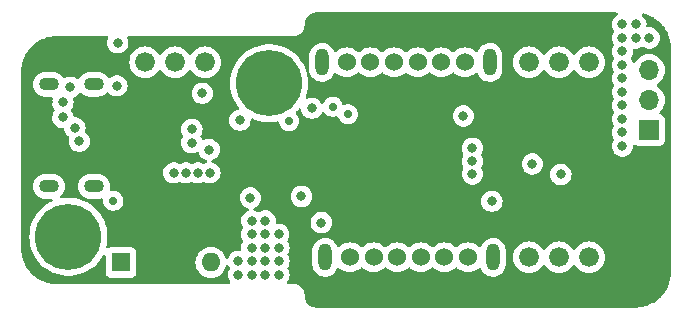
<source format=gbr>
%TF.GenerationSoftware,KiCad,Pcbnew,7.0.8*%
%TF.CreationDate,2024-12-11T22:38:04+01:00*%
%TF.ProjectId,USB-C_PD_Board_V2_CYPD3177,5553422d-435f-4504-945f-426f6172645f,rev?*%
%TF.SameCoordinates,Original*%
%TF.FileFunction,Copper,L2,Inr*%
%TF.FilePolarity,Positive*%
%FSLAX46Y46*%
G04 Gerber Fmt 4.6, Leading zero omitted, Abs format (unit mm)*
G04 Created by KiCad (PCBNEW 7.0.8) date 2024-12-11 22:38:04*
%MOMM*%
%LPD*%
G01*
G04 APERTURE LIST*
%TA.AperFunction,ComponentPad*%
%ADD10C,5.600000*%
%TD*%
%TA.AperFunction,ComponentPad*%
%ADD11R,1.700000X1.700000*%
%TD*%
%TA.AperFunction,ComponentPad*%
%ADD12O,1.700000X1.700000*%
%TD*%
%TA.AperFunction,ComponentPad*%
%ADD13C,1.524000*%
%TD*%
%TA.AperFunction,ComponentPad*%
%ADD14O,1.143000X2.286000*%
%TD*%
%TA.AperFunction,ComponentPad*%
%ADD15C,1.676400*%
%TD*%
%TA.AperFunction,ComponentPad*%
%ADD16O,1.700000X1.100000*%
%TD*%
%TA.AperFunction,ComponentPad*%
%ADD17R,1.600000X1.600000*%
%TD*%
%TA.AperFunction,ComponentPad*%
%ADD18O,1.600000X1.600000*%
%TD*%
%TA.AperFunction,ViaPad*%
%ADD19C,0.800000*%
%TD*%
%TA.AperFunction,ViaPad*%
%ADD20C,0.700000*%
%TD*%
G04 APERTURE END LIST*
D10*
%TO.N,N/C*%
%TO.C,H1*%
X138000000Y-85000000D03*
%TD*%
D11*
%TO.N,GND*%
%TO.C,J4*%
X170160000Y-94040000D03*
D12*
X170160000Y-96580000D03*
X170160000Y-99120000D03*
%TD*%
D13*
%TO.N,Net-(R18-Pad1)*%
%TO.C,SW4*%
X144565000Y-83225000D03*
%TO.N,Net-(R17-Pad1)*%
X146565000Y-83225000D03*
%TO.N,Net-(SW2-C)*%
X148565000Y-83225000D03*
X150565000Y-83225000D03*
%TO.N,Net-(R16-Pad1)*%
X152565000Y-83225000D03*
%TO.N,Net-(R15-Pad1)*%
X154565000Y-83225000D03*
D14*
%TO.N,N/C*%
X142465000Y-83225000D03*
X156665000Y-83225000D03*
%TD*%
D15*
%TO.N,Net-(SW1-A)*%
%TO.C,SW1*%
X159995000Y-99735000D03*
%TO.N,Net-(SW1-B)*%
X162535000Y-99735000D03*
%TO.N,unconnected-(SW1-C-Pad3)*%
X165075000Y-99735000D03*
%TD*%
D11*
%TO.N,+VSW*%
%TO.C,J1*%
X170160000Y-88960000D03*
D12*
X170160000Y-86420000D03*
X170160000Y-83880000D03*
%TD*%
D16*
%TO.N,unconnected-(J2-SHIELD-PadS1)*%
%TO.C,J2*%
X123165000Y-85086000D03*
X119365000Y-85086000D03*
X123165000Y-93726000D03*
X119365000Y-93726000D03*
%TD*%
D15*
%TO.N,unconnected-(SW2-A-Pad1)*%
%TO.C,SW2*%
X165075000Y-83225000D03*
%TO.N,Net-(SW2-B)*%
X162535000Y-83225000D03*
%TO.N,Net-(SW2-C)*%
X159995000Y-83225000D03*
%TD*%
D10*
%TO.N,N/C*%
%TO.C,H2*%
X121000000Y-98000000D03*
%TD*%
D13*
%TO.N,Net-(R14-Pad1)*%
%TO.C,SW3*%
X144835000Y-99735000D03*
%TO.N,Net-(R13-Pad1)*%
X146835000Y-99735000D03*
%TO.N,Net-(SW1-A)*%
X148835000Y-99735000D03*
X150835000Y-99735000D03*
%TO.N,Net-(R12-Pad1)*%
X152835000Y-99735000D03*
%TO.N,Net-(R11-Pad1)*%
X154835000Y-99735000D03*
D14*
%TO.N,N/C*%
X142735000Y-99735000D03*
X156935000Y-99735000D03*
%TD*%
D15*
%TO.N,Net-(SW5-A)*%
%TO.C,SW5*%
X127500000Y-83230000D03*
%TO.N,VBUS*%
X130040000Y-83230000D03*
X132580000Y-83230000D03*
%TD*%
D17*
%TO.N,Net-(D1-K)*%
%TO.C,D1*%
X125439000Y-100165000D03*
D18*
%TO.N,Net-(D1-A)*%
X133059000Y-100165000D03*
%TD*%
D19*
%TO.N,VBUS*%
X130937000Y-92583000D03*
X129921000Y-92583000D03*
X131953000Y-92583000D03*
X132969000Y-92583000D03*
%TO.N,Net-(D1-A)*%
X136400000Y-94700000D03*
D20*
X124797122Y-94952122D03*
D19*
%TO.N,+VSW*%
X136525000Y-98933000D03*
X170180000Y-81169000D03*
X135382000Y-101219000D03*
X167894000Y-85741000D03*
X167894000Y-82312000D03*
X167894000Y-84598000D03*
X138811000Y-100076000D03*
X167894000Y-81169000D03*
X137668000Y-100076000D03*
X136525000Y-96647000D03*
X167894000Y-90313000D03*
X136525000Y-97790000D03*
X141605000Y-87122000D03*
X167894000Y-89170000D03*
X169037000Y-80026000D03*
X137668000Y-98933000D03*
X135382000Y-100076000D03*
X167894000Y-80026000D03*
X137668000Y-101219000D03*
X169037000Y-81169000D03*
X138811000Y-101219000D03*
X167894000Y-83455000D03*
X138800000Y-97800000D03*
X137668000Y-97790000D03*
X167894000Y-86884000D03*
X167894000Y-88027000D03*
X136525000Y-100076000D03*
X136525000Y-101219000D03*
X137668000Y-96647000D03*
X138811000Y-98933000D03*
%TO.N,GND*%
X143900000Y-98100000D03*
X121900000Y-92200000D03*
X166751000Y-97298000D03*
X119300000Y-86585000D03*
X167894000Y-93869000D03*
X138960000Y-93250000D03*
X159300000Y-95000000D03*
X142875000Y-91567000D03*
X151384000Y-85995000D03*
X140970000Y-100330000D03*
X141100000Y-91600000D03*
X162433000Y-85614000D03*
X140970000Y-99060000D03*
X119300000Y-88871000D03*
X157700000Y-87900000D03*
X118000000Y-91157000D03*
X167894000Y-97298000D03*
X118000000Y-90014000D03*
X156210000Y-80010000D03*
X165608000Y-97298000D03*
X158200000Y-95000000D03*
X119300000Y-90014000D03*
X169037000Y-103013000D03*
X167894000Y-100727000D03*
X167894000Y-101870000D03*
X128397000Y-94742000D03*
X122000000Y-86600000D03*
X143510000Y-80010000D03*
X142006000Y-90748000D03*
X142240000Y-80010000D03*
X119300000Y-92300000D03*
X161544000Y-87900000D03*
X167894000Y-98441000D03*
X157480000Y-80010000D03*
X163322000Y-95012000D03*
X169037000Y-101870000D03*
X167894000Y-103013000D03*
X164465000Y-97298000D03*
X118000000Y-86585000D03*
X118000000Y-87728000D03*
X156600000Y-87900000D03*
X167894000Y-92726000D03*
X129697000Y-97028000D03*
X166751000Y-95012000D03*
X167894000Y-99584000D03*
X141097000Y-89916000D03*
X119300000Y-87728000D03*
X144780000Y-80010000D03*
X129697000Y-94742000D03*
X141200000Y-96000000D03*
X167894000Y-95012000D03*
X154559000Y-95123000D03*
X117983000Y-83439000D03*
X154940000Y-80010000D03*
X128397000Y-95885000D03*
X142875000Y-89916000D03*
X167894000Y-96155000D03*
X125222000Y-90182500D03*
X161290000Y-80010000D03*
X161290000Y-85614000D03*
X129697000Y-95885000D03*
X118000000Y-88871000D03*
X128397000Y-97028000D03*
X119300000Y-91157000D03*
X161544000Y-90186000D03*
X162560000Y-80010000D03*
X150241000Y-85995000D03*
X165608000Y-95012000D03*
X118000000Y-92300000D03*
X164465000Y-95012000D03*
X125222000Y-88392000D03*
X170180000Y-101870000D03*
X163322000Y-97298000D03*
X125100000Y-92200000D03*
%TO.N,+3V3*%
X131445000Y-88900000D03*
X142400000Y-96800000D03*
%TO.N,Net-(J2-CC1)*%
X121539000Y-88773000D03*
X132905500Y-90614500D03*
%TO.N,Net-(J2-CC2)*%
X121920000Y-89916000D03*
X131445000Y-90043000D03*
%TO.N,Net-(U1-VBUS_FET_EN)*%
X140723000Y-94577000D03*
X155200000Y-92675500D03*
D20*
%TO.N,Net-(U1-FAULT)*%
X144653000Y-87630000D03*
D19*
%TO.N,Net-(SW1-B)*%
X160274000Y-91837000D03*
%TO.N,Net-(SW2-B)*%
X162687000Y-92726000D03*
X155200000Y-90500000D03*
%TO.N,Net-(R14-Pad1)*%
X156845000Y-94996000D03*
%TO.N,Net-(R18-Pad1)*%
X154432000Y-87773000D03*
%TO.N,Net-(U1-SAFE_PWR_EN)*%
X155200000Y-91600000D03*
D20*
%TO.N,Net-(U1-FLIP)*%
X143383000Y-86995000D03*
D19*
%TO.N,Net-(SW5-A)*%
X121158000Y-85344000D03*
X120523000Y-86614000D03*
X120525000Y-87886000D03*
%TO.N,Net-(U1-HPI_SCL)*%
X132334000Y-85852000D03*
%TO.N,Net-(U1-HPI_SDA)*%
X125095000Y-85217000D03*
D20*
X139688183Y-88188183D03*
D19*
%TO.N,Net-(D3-A)*%
X135509000Y-88138000D03*
X125176000Y-81580000D03*
%TD*%
%TA.AperFunction,Conductor*%
%TO.N,GND*%
G36*
X167467014Y-79020185D02*
G01*
X167512769Y-79072989D01*
X167522713Y-79142147D01*
X167493688Y-79205703D01*
X167450413Y-79237778D01*
X167445876Y-79239797D01*
X167441267Y-79241850D01*
X167441265Y-79241851D01*
X167288129Y-79353111D01*
X167161466Y-79493785D01*
X167066821Y-79657715D01*
X167066818Y-79657722D01*
X167008327Y-79837740D01*
X167008326Y-79837744D01*
X166988540Y-80026000D01*
X167008326Y-80214256D01*
X167008327Y-80214259D01*
X167066818Y-80394277D01*
X167066820Y-80394281D01*
X167066821Y-80394284D01*
X167084235Y-80424446D01*
X167148352Y-80535501D01*
X167164824Y-80603401D01*
X167148352Y-80659499D01*
X167066820Y-80800718D01*
X167066818Y-80800722D01*
X167021817Y-80939223D01*
X167008326Y-80980744D01*
X166988540Y-81169000D01*
X167008326Y-81357256D01*
X167008327Y-81357259D01*
X167066818Y-81537277D01*
X167066820Y-81537281D01*
X167066821Y-81537284D01*
X167107059Y-81606979D01*
X167148352Y-81678501D01*
X167164824Y-81746401D01*
X167148352Y-81802499D01*
X167066820Y-81943718D01*
X167066818Y-81943722D01*
X167008327Y-82123740D01*
X167008326Y-82123744D01*
X166988540Y-82312000D01*
X167008326Y-82500256D01*
X167008327Y-82500259D01*
X167066818Y-82680277D01*
X167066820Y-82680281D01*
X167066821Y-82680284D01*
X167093743Y-82726914D01*
X167148352Y-82821501D01*
X167164824Y-82889401D01*
X167148352Y-82945499D01*
X167066820Y-83086718D01*
X167066818Y-83086722D01*
X167011636Y-83256557D01*
X167008326Y-83266744D01*
X166988540Y-83455000D01*
X167008326Y-83643256D01*
X167008327Y-83643259D01*
X167066818Y-83823277D01*
X167066820Y-83823281D01*
X167066821Y-83823284D01*
X167099566Y-83880000D01*
X167148352Y-83964501D01*
X167164824Y-84032401D01*
X167148352Y-84088499D01*
X167066820Y-84229718D01*
X167066818Y-84229722D01*
X167013514Y-84393776D01*
X167008326Y-84409744D01*
X166988540Y-84598000D01*
X167008326Y-84786256D01*
X167008327Y-84786259D01*
X167066818Y-84966277D01*
X167066820Y-84966281D01*
X167066821Y-84966284D01*
X167086287Y-85000000D01*
X167148352Y-85107501D01*
X167164824Y-85175401D01*
X167148352Y-85231499D01*
X167113460Y-85291934D01*
X167075681Y-85357371D01*
X167066820Y-85372718D01*
X167066818Y-85372722D01*
X167008327Y-85552740D01*
X167008326Y-85552744D01*
X166988540Y-85741000D01*
X167008326Y-85929256D01*
X167008327Y-85929259D01*
X167066818Y-86109277D01*
X167066820Y-86109281D01*
X167066821Y-86109284D01*
X167108613Y-86181670D01*
X167148352Y-86250501D01*
X167164824Y-86318401D01*
X167148352Y-86374499D01*
X167066820Y-86515718D01*
X167066818Y-86515722D01*
X167021432Y-86655408D01*
X167008326Y-86695744D01*
X166988540Y-86884000D01*
X167008326Y-87072256D01*
X167008327Y-87072259D01*
X167066818Y-87252277D01*
X167066820Y-87252281D01*
X167066821Y-87252284D01*
X167089406Y-87291402D01*
X167148352Y-87393501D01*
X167164824Y-87461401D01*
X167148352Y-87517499D01*
X167066820Y-87658718D01*
X167066818Y-87658722D01*
X167008327Y-87838740D01*
X167008326Y-87838744D01*
X166988540Y-88027000D01*
X167008326Y-88215256D01*
X167008327Y-88215259D01*
X167066818Y-88395277D01*
X167066820Y-88395281D01*
X167066821Y-88395284D01*
X167080060Y-88418214D01*
X167148352Y-88536501D01*
X167164824Y-88604401D01*
X167148352Y-88660499D01*
X167066820Y-88801718D01*
X167066818Y-88801722D01*
X167014982Y-88961259D01*
X167008326Y-88981744D01*
X166988540Y-89170000D01*
X167008326Y-89358256D01*
X167008327Y-89358259D01*
X167066818Y-89538277D01*
X167066820Y-89538281D01*
X167066821Y-89538284D01*
X167102164Y-89599500D01*
X167148352Y-89679501D01*
X167164824Y-89747401D01*
X167148352Y-89803499D01*
X167066820Y-89944718D01*
X167066818Y-89944722D01*
X167014983Y-90104256D01*
X167008326Y-90124744D01*
X166988540Y-90313000D01*
X167008326Y-90501256D01*
X167008327Y-90501259D01*
X167066818Y-90681277D01*
X167066821Y-90681284D01*
X167161467Y-90845216D01*
X167217595Y-90907552D01*
X167288129Y-90985888D01*
X167441265Y-91097148D01*
X167441270Y-91097151D01*
X167614192Y-91174142D01*
X167614197Y-91174144D01*
X167799354Y-91213500D01*
X167799355Y-91213500D01*
X167988644Y-91213500D01*
X167988646Y-91213500D01*
X168173803Y-91174144D01*
X168346730Y-91097151D01*
X168499871Y-90985888D01*
X168626533Y-90845216D01*
X168721179Y-90681284D01*
X168779674Y-90501256D01*
X168799460Y-90313000D01*
X168799460Y-90312997D01*
X168799460Y-90306502D01*
X168800709Y-90306502D01*
X168812048Y-90244480D01*
X168859778Y-90193455D01*
X168927518Y-90176334D01*
X168993760Y-90198554D01*
X168997094Y-90200964D01*
X169067665Y-90253793D01*
X169067668Y-90253795D01*
X169067671Y-90253797D01*
X169202517Y-90304091D01*
X169202516Y-90304091D01*
X169209444Y-90304835D01*
X169262127Y-90310500D01*
X171057872Y-90310499D01*
X171117483Y-90304091D01*
X171252331Y-90253796D01*
X171367546Y-90167546D01*
X171453796Y-90052331D01*
X171504091Y-89917483D01*
X171510500Y-89857873D01*
X171510499Y-88062128D01*
X171504091Y-88002517D01*
X171498993Y-87988849D01*
X171453797Y-87867671D01*
X171453793Y-87867664D01*
X171367547Y-87752455D01*
X171367544Y-87752452D01*
X171252335Y-87666206D01*
X171252328Y-87666202D01*
X171120917Y-87617189D01*
X171064983Y-87575318D01*
X171040566Y-87509853D01*
X171055418Y-87441580D01*
X171076563Y-87413332D01*
X171198495Y-87291401D01*
X171334035Y-87097830D01*
X171433903Y-86883663D01*
X171495063Y-86655408D01*
X171515659Y-86420000D01*
X171495063Y-86184592D01*
X171433903Y-85956337D01*
X171334035Y-85742171D01*
X171319374Y-85721232D01*
X171198494Y-85548597D01*
X171031402Y-85381506D01*
X171031396Y-85381501D01*
X170845842Y-85251575D01*
X170802217Y-85196998D01*
X170795023Y-85127500D01*
X170826546Y-85065145D01*
X170845842Y-85048425D01*
X170963151Y-84966284D01*
X171031401Y-84918495D01*
X171198495Y-84751401D01*
X171334035Y-84557830D01*
X171433903Y-84343663D01*
X171495063Y-84115408D01*
X171515659Y-83880000D01*
X171495063Y-83644592D01*
X171445162Y-83458356D01*
X171433905Y-83416344D01*
X171433904Y-83416343D01*
X171433903Y-83416337D01*
X171334035Y-83202171D01*
X171325531Y-83190025D01*
X171198494Y-83008597D01*
X171031402Y-82841506D01*
X171031395Y-82841501D01*
X170837834Y-82705967D01*
X170837830Y-82705965D01*
X170782757Y-82680284D01*
X170623663Y-82606097D01*
X170623659Y-82606096D01*
X170623655Y-82606094D01*
X170395413Y-82544938D01*
X170395403Y-82544936D01*
X170160001Y-82524341D01*
X170159999Y-82524341D01*
X169924596Y-82544936D01*
X169924586Y-82544938D01*
X169696344Y-82606094D01*
X169696335Y-82606098D01*
X169482171Y-82705964D01*
X169482169Y-82705965D01*
X169288597Y-82841505D01*
X169121505Y-83008597D01*
X168985965Y-83202169D01*
X168985962Y-83202174D01*
X168985055Y-83204121D01*
X168984427Y-83204833D01*
X168983257Y-83206861D01*
X168982849Y-83206625D01*
X168938878Y-83256557D01*
X168871682Y-83275703D01*
X168804803Y-83255481D01*
X168759473Y-83202312D01*
X168754746Y-83190025D01*
X168721181Y-83086721D01*
X168721179Y-83086718D01*
X168721179Y-83086716D01*
X168639647Y-82945499D01*
X168623175Y-82877600D01*
X168639648Y-82821500D01*
X168653583Y-82797364D01*
X168721179Y-82680284D01*
X168779674Y-82500256D01*
X168799460Y-82312000D01*
X168787964Y-82202624D01*
X168800533Y-82133897D01*
X168848265Y-82082873D01*
X168916006Y-82065755D01*
X168937054Y-82068373D01*
X168942354Y-82069500D01*
X168942360Y-82069500D01*
X169131644Y-82069500D01*
X169131646Y-82069500D01*
X169316803Y-82030144D01*
X169489730Y-81953151D01*
X169535614Y-81919813D01*
X169601421Y-81896334D01*
X169669475Y-81912159D01*
X169681386Y-81919814D01*
X169727271Y-81953152D01*
X169900192Y-82030142D01*
X169900197Y-82030144D01*
X170085354Y-82069500D01*
X170085355Y-82069500D01*
X170274644Y-82069500D01*
X170274646Y-82069500D01*
X170459803Y-82030144D01*
X170632730Y-81953151D01*
X170785871Y-81841888D01*
X170912533Y-81701216D01*
X171007179Y-81537284D01*
X171065674Y-81357256D01*
X171085460Y-81169000D01*
X171065674Y-80980744D01*
X171007179Y-80800716D01*
X170912533Y-80636784D01*
X170785871Y-80496112D01*
X170785870Y-80496111D01*
X170632734Y-80384851D01*
X170632729Y-80384848D01*
X170459807Y-80307857D01*
X170459802Y-80307855D01*
X170314001Y-80276865D01*
X170274646Y-80268500D01*
X170085354Y-80268500D01*
X170080061Y-80269624D01*
X170010397Y-80264307D01*
X169954664Y-80222169D01*
X169930560Y-80156589D01*
X169930963Y-80135381D01*
X169942460Y-80026000D01*
X169922674Y-79837744D01*
X169864179Y-79657716D01*
X169769533Y-79493784D01*
X169642871Y-79353112D01*
X169569408Y-79299738D01*
X169526744Y-79244409D01*
X169520765Y-79174795D01*
X169553371Y-79113001D01*
X169614210Y-79078643D01*
X169674386Y-79079645D01*
X169796693Y-79112418D01*
X169889122Y-79139046D01*
X169951724Y-79157082D01*
X169956759Y-79158769D01*
X170106183Y-79216127D01*
X170254007Y-79277358D01*
X170258412Y-79279388D01*
X170298352Y-79299739D01*
X170401921Y-79352511D01*
X170477428Y-79394241D01*
X170541480Y-79429641D01*
X170545215Y-79431882D01*
X170605961Y-79471331D01*
X170680872Y-79519980D01*
X170768357Y-79582053D01*
X170810764Y-79612142D01*
X170813886Y-79614510D01*
X170938748Y-79715621D01*
X170941034Y-79717567D01*
X171058721Y-79822738D01*
X171061248Y-79825128D01*
X171174870Y-79938750D01*
X171177260Y-79941277D01*
X171282431Y-80058964D01*
X171284383Y-80061258D01*
X171375324Y-80173561D01*
X171385480Y-80186102D01*
X171387862Y-80189243D01*
X171480019Y-80319127D01*
X171522702Y-80384851D01*
X171568106Y-80454767D01*
X171570364Y-80458531D01*
X171647488Y-80598078D01*
X171720604Y-80741575D01*
X171722643Y-80745997D01*
X171783877Y-80893829D01*
X171841221Y-81043217D01*
X171842916Y-81048273D01*
X171887579Y-81203297D01*
X171928541Y-81356171D01*
X171929778Y-81361835D01*
X171957394Y-81524369D01*
X171981530Y-81676758D01*
X171982196Y-81682985D01*
X171992509Y-81866617D01*
X171999415Y-81998377D01*
X171999500Y-82001623D01*
X171999500Y-100998376D01*
X171999415Y-101001622D01*
X171992509Y-101133382D01*
X171982196Y-101317013D01*
X171981530Y-101323240D01*
X171957394Y-101475630D01*
X171929778Y-101638163D01*
X171928541Y-101643827D01*
X171887579Y-101796702D01*
X171842916Y-101951725D01*
X171841221Y-101956781D01*
X171783877Y-102106170D01*
X171722643Y-102254001D01*
X171720604Y-102258423D01*
X171647488Y-102401921D01*
X171570364Y-102541467D01*
X171568097Y-102545246D01*
X171480019Y-102680872D01*
X171387862Y-102810755D01*
X171385480Y-102813896D01*
X171284385Y-102938738D01*
X171282431Y-102941034D01*
X171177260Y-103058721D01*
X171174870Y-103061248D01*
X171061248Y-103174870D01*
X171058721Y-103177260D01*
X170941034Y-103282431D01*
X170938738Y-103284385D01*
X170813896Y-103385480D01*
X170810755Y-103387862D01*
X170680872Y-103480019D01*
X170545246Y-103568097D01*
X170541467Y-103570364D01*
X170401921Y-103647488D01*
X170258423Y-103720604D01*
X170254001Y-103722643D01*
X170106170Y-103783877D01*
X169956781Y-103841221D01*
X169951725Y-103842916D01*
X169796702Y-103887579D01*
X169643827Y-103928541D01*
X169638163Y-103929778D01*
X169475630Y-103957394D01*
X169323240Y-103981530D01*
X169317013Y-103982196D01*
X169133382Y-103992509D01*
X169001622Y-103999415D01*
X168998376Y-103999500D01*
X142002710Y-103999500D01*
X141997303Y-103999264D01*
X141995015Y-103999063D01*
X141954554Y-103995523D01*
X141828238Y-103983082D01*
X141808299Y-103979454D01*
X141741669Y-103961601D01*
X141648435Y-103933319D01*
X141632027Y-103927040D01*
X141578837Y-103902238D01*
X141564618Y-103895607D01*
X141561605Y-103894101D01*
X141477671Y-103849236D01*
X141471331Y-103845341D01*
X141405170Y-103799015D01*
X141401398Y-103796154D01*
X141329190Y-103736895D01*
X141324688Y-103732815D01*
X141267182Y-103675309D01*
X141263103Y-103670808D01*
X141203844Y-103598600D01*
X141200983Y-103594828D01*
X141154657Y-103528667D01*
X141150762Y-103522327D01*
X141125982Y-103475969D01*
X141105888Y-103438375D01*
X141104406Y-103435411D01*
X141072958Y-103367971D01*
X141066682Y-103351570D01*
X141038403Y-103258349D01*
X141020541Y-103191685D01*
X141016918Y-103171771D01*
X141004482Y-103045519D01*
X141000735Y-103002695D01*
X141000500Y-102997293D01*
X141000500Y-102912472D01*
X141000500Y-102912468D01*
X140970101Y-102740062D01*
X140910225Y-102575555D01*
X140822692Y-102423945D01*
X140822691Y-102423943D01*
X140822690Y-102423942D01*
X140710163Y-102289836D01*
X140576057Y-102177309D01*
X140424446Y-102089775D01*
X140259937Y-102029898D01*
X140087534Y-101999500D01*
X140087532Y-101999500D01*
X140000099Y-101999500D01*
X139598485Y-101999500D01*
X139531446Y-101979815D01*
X139485691Y-101927011D01*
X139475747Y-101857853D01*
X139504772Y-101794297D01*
X139506268Y-101792602D01*
X139543533Y-101751216D01*
X139638179Y-101587284D01*
X139696674Y-101407256D01*
X139716460Y-101219000D01*
X139696674Y-101030744D01*
X139638179Y-100850716D01*
X139556647Y-100709499D01*
X139540175Y-100641600D01*
X139556648Y-100585500D01*
X139577363Y-100549620D01*
X139638179Y-100444284D01*
X139666355Y-100357567D01*
X141663000Y-100357567D01*
X141677583Y-100510289D01*
X141677584Y-100510296D01*
X141677585Y-100510300D01*
X141735263Y-100706734D01*
X141809494Y-100850722D01*
X141829074Y-100888703D01*
X141919853Y-101004139D01*
X141955628Y-101049630D01*
X142110351Y-101183697D01*
X142287650Y-101286061D01*
X142481117Y-101353021D01*
X142683758Y-101382155D01*
X142683759Y-101382156D01*
X142683759Y-101382155D01*
X142683760Y-101382156D01*
X142888255Y-101372415D01*
X143087212Y-101324149D01*
X143087219Y-101324146D01*
X143273428Y-101239107D01*
X143273431Y-101239105D01*
X143273438Y-101239102D01*
X143440204Y-101120349D01*
X143581482Y-100972181D01*
X143692166Y-100799953D01*
X143743039Y-100672875D01*
X143786229Y-100617957D01*
X143852255Y-100595104D01*
X143920156Y-100611577D01*
X143945837Y-100631283D01*
X144020378Y-100705824D01*
X144020384Y-100705829D01*
X144201333Y-100832531D01*
X144201335Y-100832532D01*
X144201338Y-100832534D01*
X144401550Y-100925894D01*
X144614932Y-100983070D01*
X144772123Y-100996822D01*
X144834998Y-101002323D01*
X144835000Y-101002323D01*
X144835002Y-101002323D01*
X144890017Y-100997509D01*
X145055068Y-100983070D01*
X145268450Y-100925894D01*
X145468662Y-100832534D01*
X145649620Y-100705826D01*
X145747319Y-100608127D01*
X145808642Y-100574642D01*
X145878334Y-100579626D01*
X145922681Y-100608127D01*
X146020378Y-100705824D01*
X146020384Y-100705829D01*
X146201333Y-100832531D01*
X146201335Y-100832532D01*
X146201338Y-100832534D01*
X146401550Y-100925894D01*
X146614932Y-100983070D01*
X146772123Y-100996822D01*
X146834998Y-101002323D01*
X146835000Y-101002323D01*
X146835002Y-101002323D01*
X146890017Y-100997509D01*
X147055068Y-100983070D01*
X147268450Y-100925894D01*
X147468662Y-100832534D01*
X147649620Y-100705826D01*
X147747319Y-100608127D01*
X147808642Y-100574642D01*
X147878334Y-100579626D01*
X147922681Y-100608127D01*
X148020378Y-100705824D01*
X148020384Y-100705829D01*
X148201333Y-100832531D01*
X148201335Y-100832532D01*
X148201338Y-100832534D01*
X148401550Y-100925894D01*
X148614932Y-100983070D01*
X148772123Y-100996822D01*
X148834998Y-101002323D01*
X148835000Y-101002323D01*
X148835002Y-101002323D01*
X148890017Y-100997509D01*
X149055068Y-100983070D01*
X149268450Y-100925894D01*
X149468662Y-100832534D01*
X149649620Y-100705826D01*
X149747319Y-100608127D01*
X149808642Y-100574642D01*
X149878334Y-100579626D01*
X149922681Y-100608127D01*
X150020378Y-100705824D01*
X150020384Y-100705829D01*
X150201333Y-100832531D01*
X150201335Y-100832532D01*
X150201338Y-100832534D01*
X150401550Y-100925894D01*
X150614932Y-100983070D01*
X150772123Y-100996822D01*
X150834998Y-101002323D01*
X150835000Y-101002323D01*
X150835002Y-101002323D01*
X150890017Y-100997509D01*
X151055068Y-100983070D01*
X151268450Y-100925894D01*
X151468662Y-100832534D01*
X151649620Y-100705826D01*
X151747319Y-100608127D01*
X151808642Y-100574642D01*
X151878334Y-100579626D01*
X151922681Y-100608127D01*
X152020378Y-100705824D01*
X152020384Y-100705829D01*
X152201333Y-100832531D01*
X152201335Y-100832532D01*
X152201338Y-100832534D01*
X152401550Y-100925894D01*
X152614932Y-100983070D01*
X152772123Y-100996822D01*
X152834998Y-101002323D01*
X152835000Y-101002323D01*
X152835002Y-101002323D01*
X152890017Y-100997509D01*
X153055068Y-100983070D01*
X153268450Y-100925894D01*
X153468662Y-100832534D01*
X153649620Y-100705826D01*
X153747319Y-100608127D01*
X153808642Y-100574642D01*
X153878334Y-100579626D01*
X153922681Y-100608127D01*
X154020378Y-100705824D01*
X154020384Y-100705829D01*
X154201333Y-100832531D01*
X154201335Y-100832532D01*
X154201338Y-100832534D01*
X154401550Y-100925894D01*
X154614932Y-100983070D01*
X154772123Y-100996822D01*
X154834998Y-101002323D01*
X154835000Y-101002323D01*
X154835002Y-101002323D01*
X154890017Y-100997509D01*
X155055068Y-100983070D01*
X155268450Y-100925894D01*
X155468662Y-100832534D01*
X155649620Y-100705826D01*
X155722443Y-100633003D01*
X155783766Y-100599518D01*
X155853458Y-100604502D01*
X155909391Y-100646374D01*
X155929101Y-100685748D01*
X155934995Y-100705824D01*
X155935263Y-100706734D01*
X155964302Y-100763062D01*
X156029074Y-100888703D01*
X156119853Y-101004139D01*
X156155628Y-101049630D01*
X156310351Y-101183697D01*
X156487650Y-101286061D01*
X156681117Y-101353021D01*
X156883758Y-101382155D01*
X156883759Y-101382156D01*
X156883759Y-101382155D01*
X156883760Y-101382156D01*
X157088255Y-101372415D01*
X157287212Y-101324149D01*
X157287219Y-101324146D01*
X157473428Y-101239107D01*
X157473431Y-101239105D01*
X157473438Y-101239102D01*
X157640204Y-101120349D01*
X157781482Y-100972181D01*
X157892166Y-100799953D01*
X157968255Y-100609891D01*
X158007000Y-100408864D01*
X158007000Y-99735000D01*
X158651186Y-99735000D01*
X158671601Y-99968346D01*
X158671603Y-99968356D01*
X158732225Y-100194603D01*
X158732227Y-100194607D01*
X158732228Y-100194611D01*
X158831223Y-100406907D01*
X158965579Y-100598787D01*
X159131213Y-100764421D01*
X159323093Y-100898777D01*
X159535389Y-100997772D01*
X159535395Y-100997773D01*
X159535396Y-100997774D01*
X159570041Y-101007057D01*
X159761649Y-101058398D01*
X159922638Y-101072483D01*
X159994999Y-101078814D01*
X159995000Y-101078814D01*
X159995001Y-101078814D01*
X160033891Y-101075411D01*
X160228351Y-101058398D01*
X160454611Y-100997772D01*
X160666907Y-100898777D01*
X160858787Y-100764421D01*
X161024421Y-100598787D01*
X161158777Y-100406907D01*
X161158777Y-100406905D01*
X161161882Y-100402472D01*
X161163323Y-100403481D01*
X161208172Y-100360712D01*
X161276778Y-100347484D01*
X161341645Y-100373447D01*
X161367294Y-100403048D01*
X161368118Y-100402472D01*
X161371222Y-100406905D01*
X161371223Y-100406907D01*
X161505579Y-100598787D01*
X161671213Y-100764421D01*
X161863093Y-100898777D01*
X162075389Y-100997772D01*
X162075395Y-100997773D01*
X162075396Y-100997774D01*
X162110041Y-101007057D01*
X162301649Y-101058398D01*
X162462638Y-101072483D01*
X162534999Y-101078814D01*
X162535000Y-101078814D01*
X162535001Y-101078814D01*
X162573891Y-101075411D01*
X162768351Y-101058398D01*
X162994611Y-100997772D01*
X163206907Y-100898777D01*
X163398787Y-100764421D01*
X163564421Y-100598787D01*
X163698777Y-100406907D01*
X163698777Y-100406905D01*
X163701882Y-100402472D01*
X163703323Y-100403481D01*
X163748172Y-100360712D01*
X163816778Y-100347484D01*
X163881645Y-100373447D01*
X163907294Y-100403048D01*
X163908118Y-100402472D01*
X163911222Y-100406905D01*
X163911223Y-100406907D01*
X164045579Y-100598787D01*
X164211213Y-100764421D01*
X164403093Y-100898777D01*
X164615389Y-100997772D01*
X164615395Y-100997773D01*
X164615396Y-100997774D01*
X164650041Y-101007057D01*
X164841649Y-101058398D01*
X165002638Y-101072483D01*
X165074999Y-101078814D01*
X165075000Y-101078814D01*
X165075001Y-101078814D01*
X165113891Y-101075411D01*
X165308351Y-101058398D01*
X165534611Y-100997772D01*
X165746907Y-100898777D01*
X165938787Y-100764421D01*
X166104421Y-100598787D01*
X166238777Y-100406907D01*
X166337772Y-100194611D01*
X166398398Y-99968351D01*
X166418814Y-99735000D01*
X166416109Y-99704088D01*
X166404072Y-99566500D01*
X166398398Y-99501649D01*
X166342183Y-99291851D01*
X166337774Y-99275396D01*
X166337773Y-99275395D01*
X166337772Y-99275389D01*
X166238777Y-99063093D01*
X166104421Y-98871213D01*
X165938787Y-98705579D01*
X165746907Y-98571223D01*
X165534611Y-98472228D01*
X165534607Y-98472227D01*
X165534603Y-98472225D01*
X165308356Y-98411603D01*
X165308346Y-98411601D01*
X165075001Y-98391186D01*
X165074999Y-98391186D01*
X164841653Y-98411601D01*
X164841643Y-98411603D01*
X164615396Y-98472225D01*
X164615389Y-98472227D01*
X164615389Y-98472228D01*
X164403093Y-98571223D01*
X164211213Y-98705579D01*
X164211211Y-98705580D01*
X164211208Y-98705583D01*
X164045583Y-98871208D01*
X164045580Y-98871211D01*
X164045579Y-98871213D01*
X163911223Y-99063093D01*
X163908118Y-99067528D01*
X163906680Y-99066521D01*
X163861810Y-99109297D01*
X163793202Y-99122513D01*
X163728340Y-99096540D01*
X163702702Y-99066953D01*
X163701882Y-99067528D01*
X163698777Y-99063093D01*
X163564421Y-98871213D01*
X163398787Y-98705579D01*
X163206907Y-98571223D01*
X162994611Y-98472228D01*
X162994607Y-98472227D01*
X162994603Y-98472225D01*
X162768356Y-98411603D01*
X162768346Y-98411601D01*
X162535001Y-98391186D01*
X162534999Y-98391186D01*
X162301653Y-98411601D01*
X162301643Y-98411603D01*
X162075396Y-98472225D01*
X162075389Y-98472227D01*
X162075389Y-98472228D01*
X161863093Y-98571223D01*
X161671213Y-98705579D01*
X161671211Y-98705580D01*
X161671208Y-98705583D01*
X161505583Y-98871208D01*
X161505580Y-98871211D01*
X161505579Y-98871213D01*
X161371223Y-99063093D01*
X161368118Y-99067528D01*
X161366680Y-99066521D01*
X161321810Y-99109297D01*
X161253202Y-99122513D01*
X161188340Y-99096540D01*
X161162702Y-99066953D01*
X161161882Y-99067528D01*
X161158777Y-99063093D01*
X161024421Y-98871213D01*
X160858787Y-98705579D01*
X160666907Y-98571223D01*
X160454611Y-98472228D01*
X160454607Y-98472227D01*
X160454603Y-98472225D01*
X160228356Y-98411603D01*
X160228346Y-98411601D01*
X159995001Y-98391186D01*
X159994999Y-98391186D01*
X159761653Y-98411601D01*
X159761643Y-98411603D01*
X159535396Y-98472225D01*
X159535389Y-98472227D01*
X159535389Y-98472228D01*
X159323093Y-98571223D01*
X159131213Y-98705579D01*
X159131211Y-98705580D01*
X159131208Y-98705583D01*
X158965583Y-98871208D01*
X158965580Y-98871211D01*
X158965579Y-98871213D01*
X158831223Y-99063093D01*
X158760455Y-99214857D01*
X158732229Y-99275387D01*
X158732225Y-99275396D01*
X158671603Y-99501643D01*
X158671601Y-99501653D01*
X158651186Y-99734999D01*
X158651186Y-99735000D01*
X158007000Y-99735000D01*
X158007000Y-99112437D01*
X158006700Y-99109297D01*
X157992416Y-98959710D01*
X157992415Y-98959709D01*
X157992415Y-98959700D01*
X157934737Y-98763266D01*
X157840926Y-98581297D01*
X157714372Y-98420370D01*
X157559649Y-98286303D01*
X157382350Y-98183939D01*
X157382344Y-98183936D01*
X157382342Y-98183936D01*
X157188884Y-98116979D01*
X156986242Y-98087844D01*
X156986240Y-98087843D01*
X156781747Y-98097584D01*
X156582784Y-98145852D01*
X156582780Y-98145853D01*
X156396571Y-98230892D01*
X156396559Y-98230899D01*
X156229796Y-98349650D01*
X156229793Y-98349653D01*
X156088517Y-98497819D01*
X155977833Y-98670048D01*
X155926960Y-98797122D01*
X155883770Y-98852043D01*
X155817743Y-98874895D01*
X155749842Y-98858422D01*
X155724162Y-98838716D01*
X155649621Y-98764175D01*
X155649615Y-98764170D01*
X155468666Y-98637468D01*
X155468662Y-98637466D01*
X155468660Y-98637465D01*
X155268450Y-98544106D01*
X155268447Y-98544105D01*
X155268445Y-98544104D01*
X155055070Y-98486930D01*
X155055062Y-98486929D01*
X154835002Y-98467677D01*
X154834998Y-98467677D01*
X154614937Y-98486929D01*
X154614929Y-98486930D01*
X154401554Y-98544104D01*
X154401548Y-98544107D01*
X154201340Y-98637465D01*
X154201338Y-98637466D01*
X154020381Y-98764172D01*
X153922680Y-98861873D01*
X153861356Y-98895357D01*
X153791665Y-98890373D01*
X153747318Y-98861872D01*
X153649621Y-98764175D01*
X153649615Y-98764170D01*
X153468666Y-98637468D01*
X153468662Y-98637466D01*
X153468660Y-98637465D01*
X153268450Y-98544106D01*
X153268447Y-98544105D01*
X153268445Y-98544104D01*
X153055070Y-98486930D01*
X153055062Y-98486929D01*
X152835002Y-98467677D01*
X152834998Y-98467677D01*
X152614937Y-98486929D01*
X152614929Y-98486930D01*
X152401554Y-98544104D01*
X152401548Y-98544107D01*
X152201340Y-98637465D01*
X152201338Y-98637466D01*
X152020381Y-98764172D01*
X151922680Y-98861873D01*
X151861356Y-98895357D01*
X151791665Y-98890373D01*
X151747318Y-98861872D01*
X151649621Y-98764175D01*
X151649615Y-98764170D01*
X151468666Y-98637468D01*
X151468662Y-98637466D01*
X151468660Y-98637465D01*
X151268450Y-98544106D01*
X151268447Y-98544105D01*
X151268445Y-98544104D01*
X151055070Y-98486930D01*
X151055062Y-98486929D01*
X150835002Y-98467677D01*
X150834998Y-98467677D01*
X150614937Y-98486929D01*
X150614929Y-98486930D01*
X150401554Y-98544104D01*
X150401548Y-98544107D01*
X150201340Y-98637465D01*
X150201338Y-98637466D01*
X150020381Y-98764172D01*
X149922680Y-98861873D01*
X149861356Y-98895357D01*
X149791665Y-98890373D01*
X149747318Y-98861872D01*
X149649621Y-98764175D01*
X149649615Y-98764170D01*
X149468666Y-98637468D01*
X149468662Y-98637466D01*
X149468660Y-98637465D01*
X149268450Y-98544106D01*
X149268447Y-98544105D01*
X149268445Y-98544104D01*
X149055070Y-98486930D01*
X149055062Y-98486929D01*
X148835002Y-98467677D01*
X148834998Y-98467677D01*
X148614937Y-98486929D01*
X148614929Y-98486930D01*
X148401554Y-98544104D01*
X148401548Y-98544107D01*
X148201340Y-98637465D01*
X148201338Y-98637466D01*
X148020381Y-98764172D01*
X147922680Y-98861873D01*
X147861356Y-98895357D01*
X147791665Y-98890373D01*
X147747318Y-98861872D01*
X147649621Y-98764175D01*
X147649615Y-98764170D01*
X147468666Y-98637468D01*
X147468662Y-98637466D01*
X147468660Y-98637465D01*
X147268450Y-98544106D01*
X147268447Y-98544105D01*
X147268445Y-98544104D01*
X147055070Y-98486930D01*
X147055062Y-98486929D01*
X146835002Y-98467677D01*
X146834998Y-98467677D01*
X146614937Y-98486929D01*
X146614929Y-98486930D01*
X146401554Y-98544104D01*
X146401548Y-98544107D01*
X146201340Y-98637465D01*
X146201338Y-98637466D01*
X146020381Y-98764172D01*
X145922680Y-98861873D01*
X145861356Y-98895357D01*
X145791665Y-98890373D01*
X145747318Y-98861872D01*
X145649621Y-98764175D01*
X145649615Y-98764170D01*
X145468666Y-98637468D01*
X145468662Y-98637466D01*
X145468660Y-98637465D01*
X145268450Y-98544106D01*
X145268447Y-98544105D01*
X145268445Y-98544104D01*
X145055070Y-98486930D01*
X145055062Y-98486929D01*
X144835002Y-98467677D01*
X144834998Y-98467677D01*
X144614937Y-98486929D01*
X144614929Y-98486930D01*
X144401554Y-98544104D01*
X144401548Y-98544107D01*
X144201340Y-98637465D01*
X144201338Y-98637466D01*
X144020381Y-98764172D01*
X143947556Y-98836997D01*
X143886232Y-98870481D01*
X143816541Y-98865496D01*
X143760607Y-98823625D01*
X143740899Y-98784252D01*
X143734737Y-98763266D01*
X143640926Y-98581297D01*
X143514372Y-98420370D01*
X143359649Y-98286303D01*
X143182350Y-98183939D01*
X143182344Y-98183936D01*
X143182342Y-98183936D01*
X142988884Y-98116979D01*
X142786242Y-98087844D01*
X142786240Y-98087843D01*
X142581747Y-98097584D01*
X142382784Y-98145852D01*
X142382780Y-98145853D01*
X142196571Y-98230892D01*
X142196559Y-98230899D01*
X142029796Y-98349650D01*
X142029793Y-98349653D01*
X141888517Y-98497819D01*
X141777834Y-98670046D01*
X141701744Y-98860110D01*
X141663000Y-99061135D01*
X141663000Y-100357567D01*
X139666355Y-100357567D01*
X139696674Y-100264256D01*
X139716460Y-100076000D01*
X139696674Y-99887744D01*
X139638179Y-99707716D01*
X139556647Y-99566499D01*
X139540175Y-99498600D01*
X139556648Y-99442500D01*
X139638179Y-99301284D01*
X139696674Y-99121256D01*
X139716460Y-98933000D01*
X139696674Y-98744744D01*
X139638179Y-98564716D01*
X139638176Y-98564710D01*
X139554035Y-98418972D01*
X139537562Y-98351072D01*
X139554035Y-98294973D01*
X139559041Y-98286303D01*
X139627179Y-98168284D01*
X139685674Y-97988256D01*
X139705460Y-97800000D01*
X139685674Y-97611744D01*
X139627179Y-97431716D01*
X139532533Y-97267784D01*
X139405871Y-97127112D01*
X139405870Y-97127111D01*
X139252734Y-97015851D01*
X139252729Y-97015848D01*
X139079807Y-96938857D01*
X139079802Y-96938855D01*
X138897840Y-96900179D01*
X138894646Y-96899500D01*
X138705354Y-96899500D01*
X138705353Y-96899500D01*
X138698897Y-96900179D01*
X138698623Y-96897578D01*
X138640556Y-96893138D01*
X138584829Y-96850992D01*
X138566096Y-96800000D01*
X141494540Y-96800000D01*
X141514326Y-96988256D01*
X141514327Y-96988259D01*
X141572818Y-97168277D01*
X141572821Y-97168284D01*
X141667467Y-97332216D01*
X141757063Y-97431722D01*
X141794129Y-97472888D01*
X141947265Y-97584148D01*
X141947270Y-97584151D01*
X142120192Y-97661142D01*
X142120197Y-97661144D01*
X142305354Y-97700500D01*
X142305355Y-97700500D01*
X142494644Y-97700500D01*
X142494646Y-97700500D01*
X142679803Y-97661144D01*
X142852730Y-97584151D01*
X143005871Y-97472888D01*
X143132533Y-97332216D01*
X143227179Y-97168284D01*
X143285674Y-96988256D01*
X143305460Y-96800000D01*
X143285674Y-96611744D01*
X143227179Y-96431716D01*
X143132533Y-96267784D01*
X143005871Y-96127112D01*
X143005870Y-96127111D01*
X142852734Y-96015851D01*
X142852729Y-96015848D01*
X142679807Y-95938857D01*
X142679802Y-95938855D01*
X142534001Y-95907865D01*
X142494646Y-95899500D01*
X142305354Y-95899500D01*
X142272897Y-95906398D01*
X142120197Y-95938855D01*
X142120192Y-95938857D01*
X141947270Y-96015848D01*
X141947265Y-96015851D01*
X141794129Y-96127111D01*
X141667466Y-96267785D01*
X141572821Y-96431715D01*
X141572818Y-96431722D01*
X141514327Y-96611740D01*
X141514326Y-96611744D01*
X141494540Y-96800000D01*
X138566096Y-96800000D01*
X138560735Y-96785408D01*
X138561139Y-96764222D01*
X138573460Y-96647000D01*
X138553674Y-96458744D01*
X138495179Y-96278716D01*
X138400533Y-96114784D01*
X138273871Y-95974112D01*
X138239500Y-95949140D01*
X138120734Y-95862851D01*
X138120729Y-95862848D01*
X137947807Y-95785857D01*
X137947802Y-95785855D01*
X137802001Y-95754865D01*
X137762646Y-95746500D01*
X137573354Y-95746500D01*
X137540897Y-95753398D01*
X137388197Y-95785855D01*
X137388192Y-95785857D01*
X137215270Y-95862848D01*
X137215266Y-95862851D01*
X137169384Y-95896186D01*
X137103578Y-95919665D01*
X137035524Y-95903839D01*
X137023616Y-95896186D01*
X136977733Y-95862851D01*
X136977729Y-95862848D01*
X136804807Y-95785857D01*
X136804802Y-95785855D01*
X136751868Y-95774604D01*
X136690386Y-95741411D01*
X136656610Y-95680248D01*
X136661262Y-95610534D01*
X136702867Y-95554402D01*
X136727202Y-95540039D01*
X136852730Y-95484151D01*
X137005871Y-95372888D01*
X137132533Y-95232216D01*
X137227179Y-95068284D01*
X137285674Y-94888256D01*
X137305460Y-94700000D01*
X137292533Y-94577000D01*
X139817540Y-94577000D01*
X139837326Y-94765256D01*
X139837327Y-94765259D01*
X139895818Y-94945277D01*
X139895821Y-94945284D01*
X139990467Y-95109216D01*
X140101215Y-95232214D01*
X140117129Y-95249888D01*
X140270265Y-95361148D01*
X140270270Y-95361151D01*
X140443192Y-95438142D01*
X140443197Y-95438144D01*
X140628354Y-95477500D01*
X140628355Y-95477500D01*
X140817644Y-95477500D01*
X140817646Y-95477500D01*
X141002803Y-95438144D01*
X141175730Y-95361151D01*
X141328871Y-95249888D01*
X141455533Y-95109216D01*
X141520898Y-94996000D01*
X155939540Y-94996000D01*
X155959326Y-95184256D01*
X155959327Y-95184259D01*
X156017818Y-95364277D01*
X156017821Y-95364284D01*
X156112467Y-95528216D01*
X156186587Y-95610534D01*
X156239129Y-95668888D01*
X156392265Y-95780148D01*
X156392270Y-95780151D01*
X156565192Y-95857142D01*
X156565197Y-95857144D01*
X156750354Y-95896500D01*
X156750355Y-95896500D01*
X156939644Y-95896500D01*
X156939646Y-95896500D01*
X157124803Y-95857144D01*
X157297730Y-95780151D01*
X157450871Y-95668888D01*
X157577533Y-95528216D01*
X157672179Y-95364284D01*
X157730674Y-95184256D01*
X157750460Y-94996000D01*
X157730674Y-94807744D01*
X157672179Y-94627716D01*
X157577533Y-94463784D01*
X157450871Y-94323112D01*
X157441908Y-94316600D01*
X157297734Y-94211851D01*
X157297729Y-94211848D01*
X157124807Y-94134857D01*
X157124802Y-94134855D01*
X156968448Y-94101622D01*
X156939646Y-94095500D01*
X156750354Y-94095500D01*
X156721552Y-94101622D01*
X156565197Y-94134855D01*
X156565192Y-94134857D01*
X156392270Y-94211848D01*
X156392265Y-94211851D01*
X156239129Y-94323111D01*
X156112466Y-94463785D01*
X156017821Y-94627715D01*
X156017818Y-94627722D01*
X155959327Y-94807740D01*
X155959326Y-94807744D01*
X155939540Y-94996000D01*
X141520898Y-94996000D01*
X141550179Y-94945284D01*
X141608674Y-94765256D01*
X141628460Y-94577000D01*
X141608674Y-94388744D01*
X141550179Y-94208716D01*
X141455533Y-94044784D01*
X141328871Y-93904112D01*
X141328870Y-93904111D01*
X141175734Y-93792851D01*
X141175729Y-93792848D01*
X141002807Y-93715857D01*
X141002802Y-93715855D01*
X140857001Y-93684865D01*
X140817646Y-93676500D01*
X140628354Y-93676500D01*
X140595897Y-93683398D01*
X140443197Y-93715855D01*
X140443192Y-93715857D01*
X140270270Y-93792848D01*
X140270265Y-93792851D01*
X140117129Y-93904111D01*
X139990466Y-94044785D01*
X139895821Y-94208715D01*
X139895818Y-94208722D01*
X139837327Y-94388740D01*
X139837326Y-94388744D01*
X139817540Y-94577000D01*
X137292533Y-94577000D01*
X137285674Y-94511744D01*
X137227179Y-94331716D01*
X137132533Y-94167784D01*
X137005871Y-94027112D01*
X137005870Y-94027111D01*
X136852734Y-93915851D01*
X136852729Y-93915848D01*
X136679807Y-93838857D01*
X136679802Y-93838855D01*
X136534001Y-93807865D01*
X136494646Y-93799500D01*
X136305354Y-93799500D01*
X136272897Y-93806398D01*
X136120197Y-93838855D01*
X136120192Y-93838857D01*
X135947270Y-93915848D01*
X135947265Y-93915851D01*
X135794129Y-94027111D01*
X135667466Y-94167785D01*
X135572821Y-94331715D01*
X135572818Y-94331722D01*
X135527106Y-94472410D01*
X135514326Y-94511744D01*
X135494540Y-94700000D01*
X135514326Y-94888256D01*
X135514327Y-94888259D01*
X135572818Y-95068277D01*
X135572821Y-95068284D01*
X135667467Y-95232216D01*
X135783558Y-95361148D01*
X135794129Y-95372888D01*
X135947265Y-95484148D01*
X135947270Y-95484151D01*
X136120191Y-95561142D01*
X136120193Y-95561142D01*
X136120197Y-95561144D01*
X136173133Y-95572395D01*
X136234612Y-95605586D01*
X136268389Y-95666749D01*
X136263737Y-95736464D01*
X136222133Y-95792596D01*
X136197787Y-95806964D01*
X136072267Y-95862850D01*
X136072265Y-95862851D01*
X135919129Y-95974111D01*
X135792466Y-96114785D01*
X135697821Y-96278715D01*
X135697818Y-96278722D01*
X135648108Y-96431715D01*
X135639326Y-96458744D01*
X135619540Y-96647000D01*
X135639326Y-96835256D01*
X135639327Y-96835259D01*
X135697818Y-97015277D01*
X135697820Y-97015281D01*
X135697821Y-97015284D01*
X135745712Y-97098235D01*
X135779352Y-97156501D01*
X135795824Y-97224401D01*
X135779352Y-97280499D01*
X135697820Y-97421718D01*
X135697818Y-97421722D01*
X135645043Y-97584148D01*
X135639326Y-97601744D01*
X135619540Y-97790000D01*
X135639326Y-97978256D01*
X135639327Y-97978259D01*
X135697818Y-98158277D01*
X135697820Y-98158281D01*
X135697821Y-98158284D01*
X135712633Y-98183939D01*
X135779352Y-98299501D01*
X135795824Y-98367401D01*
X135779352Y-98423499D01*
X135736444Y-98497819D01*
X135697825Y-98564710D01*
X135697820Y-98564718D01*
X135697818Y-98564722D01*
X135650431Y-98710565D01*
X135639326Y-98744744D01*
X135625177Y-98879364D01*
X135619540Y-98933000D01*
X135631035Y-99042373D01*
X135618465Y-99111103D01*
X135570733Y-99162127D01*
X135502992Y-99179244D01*
X135481935Y-99176624D01*
X135476646Y-99175500D01*
X135287354Y-99175500D01*
X135269740Y-99179244D01*
X135102197Y-99214855D01*
X135102192Y-99214857D01*
X134929270Y-99291848D01*
X134929265Y-99291851D01*
X134776129Y-99403111D01*
X134649466Y-99543785D01*
X134554821Y-99707715D01*
X134554819Y-99707719D01*
X134535127Y-99768327D01*
X134495689Y-99826002D01*
X134431330Y-99853200D01*
X134362484Y-99841285D01*
X134311008Y-99794041D01*
X134297421Y-99762101D01*
X134285741Y-99718511D01*
X134285738Y-99718502D01*
X134279015Y-99704085D01*
X134189568Y-99512266D01*
X134059047Y-99325861D01*
X134059045Y-99325858D01*
X133898141Y-99164954D01*
X133711734Y-99034432D01*
X133711732Y-99034431D01*
X133505497Y-98938261D01*
X133505488Y-98938258D01*
X133285697Y-98879366D01*
X133285693Y-98879365D01*
X133285692Y-98879365D01*
X133285691Y-98879364D01*
X133285686Y-98879364D01*
X133059002Y-98859532D01*
X133058998Y-98859532D01*
X132832313Y-98879364D01*
X132832302Y-98879366D01*
X132612511Y-98938258D01*
X132612502Y-98938261D01*
X132406267Y-99034431D01*
X132406265Y-99034432D01*
X132219858Y-99164954D01*
X132058954Y-99325858D01*
X131928432Y-99512265D01*
X131928431Y-99512267D01*
X131832261Y-99718502D01*
X131832258Y-99718511D01*
X131773366Y-99938302D01*
X131773364Y-99938313D01*
X131753532Y-100164998D01*
X131753532Y-100165001D01*
X131773364Y-100391686D01*
X131773366Y-100391697D01*
X131832258Y-100611488D01*
X131832261Y-100611497D01*
X131928431Y-100817732D01*
X131928432Y-100817734D01*
X132058954Y-101004141D01*
X132219858Y-101165045D01*
X132219861Y-101165047D01*
X132406266Y-101295568D01*
X132612504Y-101391739D01*
X132832308Y-101450635D01*
X132994230Y-101464801D01*
X133058998Y-101470468D01*
X133059000Y-101470468D01*
X133059002Y-101470468D01*
X133115807Y-101465498D01*
X133285692Y-101450635D01*
X133505496Y-101391739D01*
X133711734Y-101295568D01*
X133898139Y-101165047D01*
X134059047Y-101004139D01*
X134189568Y-100817734D01*
X134285739Y-100611496D01*
X134324178Y-100468037D01*
X134360541Y-100408380D01*
X134423388Y-100377850D01*
X134492764Y-100386144D01*
X134546642Y-100430629D01*
X134551216Y-100438863D01*
X134551573Y-100438657D01*
X134554820Y-100444281D01*
X134554821Y-100444284D01*
X134598080Y-100519211D01*
X134636352Y-100585501D01*
X134652824Y-100653401D01*
X134636352Y-100709499D01*
X134554820Y-100850718D01*
X134554818Y-100850722D01*
X134502129Y-101012883D01*
X134496326Y-101030744D01*
X134476540Y-101219000D01*
X134496326Y-101407256D01*
X134496327Y-101407259D01*
X134554818Y-101587277D01*
X134554821Y-101587284D01*
X134649467Y-101751216D01*
X134686666Y-101792530D01*
X134716895Y-101855519D01*
X134708270Y-101924854D01*
X134663529Y-101978520D01*
X134596876Y-101999478D01*
X134594515Y-101999500D01*
X120001624Y-101999500D01*
X119998378Y-101999415D01*
X119866617Y-101992509D01*
X119682985Y-101982196D01*
X119676758Y-101981530D01*
X119524369Y-101957394D01*
X119361835Y-101929778D01*
X119356171Y-101928541D01*
X119203297Y-101887579D01*
X119048273Y-101842916D01*
X119043217Y-101841221D01*
X118893829Y-101783877D01*
X118745997Y-101722643D01*
X118741575Y-101720604D01*
X118598078Y-101647488D01*
X118458531Y-101570364D01*
X118454767Y-101568106D01*
X118401875Y-101533758D01*
X118319127Y-101480019D01*
X118189243Y-101387862D01*
X118186102Y-101385480D01*
X118146018Y-101353021D01*
X118061258Y-101284383D01*
X118058964Y-101282431D01*
X117941277Y-101177260D01*
X117938750Y-101174870D01*
X117825128Y-101061248D01*
X117822738Y-101058721D01*
X117822449Y-101058398D01*
X117755132Y-100983070D01*
X117717567Y-100941034D01*
X117715613Y-100938738D01*
X117705213Y-100925895D01*
X117614510Y-100813886D01*
X117612136Y-100810755D01*
X117519980Y-100680872D01*
X117487406Y-100630715D01*
X117431882Y-100545215D01*
X117429641Y-100541480D01*
X117389053Y-100468040D01*
X117352511Y-100401921D01*
X117286865Y-100273086D01*
X117279388Y-100258412D01*
X117277355Y-100254000D01*
X117240489Y-100164998D01*
X117216127Y-100106183D01*
X117158769Y-99956759D01*
X117157082Y-99951724D01*
X117128697Y-99853200D01*
X117112414Y-99796679D01*
X117091467Y-99718504D01*
X117071453Y-99643811D01*
X117070226Y-99638194D01*
X117042601Y-99475606D01*
X117018465Y-99323212D01*
X117017803Y-99317027D01*
X117007503Y-99133628D01*
X117000584Y-99001620D01*
X117000500Y-98998377D01*
X117000500Y-98000000D01*
X117694652Y-98000000D01*
X117713686Y-98351072D01*
X117714028Y-98357368D01*
X117714029Y-98357385D01*
X117771926Y-98710539D01*
X117771932Y-98710565D01*
X117867672Y-99055392D01*
X117867674Y-99055399D01*
X118000142Y-99387870D01*
X118000151Y-99387888D01*
X118167784Y-99704077D01*
X118167787Y-99704082D01*
X118167789Y-99704085D01*
X118346962Y-99968346D01*
X118368634Y-100000309D01*
X118368641Y-100000319D01*
X118555246Y-100220007D01*
X118600332Y-100273086D01*
X118860163Y-100519211D01*
X119145081Y-100735800D01*
X119451747Y-100920315D01*
X119451749Y-100920316D01*
X119451751Y-100920317D01*
X119451755Y-100920319D01*
X119731256Y-101049629D01*
X119776565Y-101070591D01*
X120115726Y-101184868D01*
X120465254Y-101261805D01*
X120821052Y-101300500D01*
X120821058Y-101300500D01*
X121178942Y-101300500D01*
X121178948Y-101300500D01*
X121534746Y-101261805D01*
X121884274Y-101184868D01*
X122223435Y-101070591D01*
X122548253Y-100920315D01*
X122854919Y-100735800D01*
X123139837Y-100519211D01*
X123399668Y-100273086D01*
X123631365Y-100000311D01*
X123832211Y-99704085D01*
X123904945Y-99566893D01*
X123953738Y-99516886D01*
X124021823Y-99501194D01*
X124087583Y-99524804D01*
X124130140Y-99580217D01*
X124138500Y-99624978D01*
X124138500Y-101012870D01*
X124138501Y-101012876D01*
X124144908Y-101072483D01*
X124195202Y-101207328D01*
X124195206Y-101207335D01*
X124281452Y-101322544D01*
X124281455Y-101322547D01*
X124396664Y-101408793D01*
X124396671Y-101408797D01*
X124531517Y-101459091D01*
X124531516Y-101459091D01*
X124538444Y-101459835D01*
X124591127Y-101465500D01*
X126286872Y-101465499D01*
X126346483Y-101459091D01*
X126481331Y-101408796D01*
X126596546Y-101322546D01*
X126682796Y-101207331D01*
X126733091Y-101072483D01*
X126739500Y-101012873D01*
X126739499Y-99317128D01*
X126733091Y-99257517D01*
X126717179Y-99214856D01*
X126682797Y-99122671D01*
X126682793Y-99122664D01*
X126596547Y-99007455D01*
X126596544Y-99007452D01*
X126481335Y-98921206D01*
X126481328Y-98921202D01*
X126346482Y-98870908D01*
X126346483Y-98870908D01*
X126286883Y-98864501D01*
X126286881Y-98864500D01*
X126286873Y-98864500D01*
X126286864Y-98864500D01*
X124591129Y-98864500D01*
X124591123Y-98864501D01*
X124531516Y-98870908D01*
X124396671Y-98921202D01*
X124388886Y-98925454D01*
X124387527Y-98922966D01*
X124335574Y-98942335D01*
X124267304Y-98927473D01*
X124217906Y-98878059D01*
X124203065Y-98809784D01*
X124207266Y-98785482D01*
X124228071Y-98710552D01*
X124277081Y-98411603D01*
X124285970Y-98357385D01*
X124285970Y-98357382D01*
X124285972Y-98357371D01*
X124305348Y-98000000D01*
X124304711Y-97988259D01*
X124293962Y-97790000D01*
X124285972Y-97642629D01*
X124279269Y-97601744D01*
X124228073Y-97289460D01*
X124228072Y-97289459D01*
X124228071Y-97289448D01*
X124182999Y-97127111D01*
X124132327Y-96944607D01*
X124132325Y-96944600D01*
X124130036Y-96938856D01*
X124060451Y-96764209D01*
X123999857Y-96612129D01*
X123999848Y-96612111D01*
X123999653Y-96611744D01*
X123904212Y-96431722D01*
X123832215Y-96295922D01*
X123832213Y-96295919D01*
X123832211Y-96295915D01*
X123631365Y-95999689D01*
X123631361Y-95999684D01*
X123631358Y-95999680D01*
X123399668Y-95726914D01*
X123139837Y-95480789D01*
X123139830Y-95480783D01*
X123139827Y-95480781D01*
X123072245Y-95429407D01*
X122854919Y-95264200D01*
X122548253Y-95079685D01*
X122548252Y-95079684D01*
X122548248Y-95079682D01*
X122548244Y-95079680D01*
X122223447Y-94929414D01*
X122223441Y-94929411D01*
X122223435Y-94929409D01*
X122053854Y-94872270D01*
X121884273Y-94815131D01*
X121534744Y-94738194D01*
X121178949Y-94699500D01*
X121178948Y-94699500D01*
X120821052Y-94699500D01*
X120821050Y-94699500D01*
X120465254Y-94738194D01*
X120454285Y-94740609D01*
X120384581Y-94735793D01*
X120328546Y-94694058D01*
X120303971Y-94628653D01*
X120318657Y-94560344D01*
X120348967Y-94523655D01*
X120411410Y-94472410D01*
X120542685Y-94312450D01*
X120640232Y-94129954D01*
X120700300Y-93931934D01*
X120720583Y-93726000D01*
X121809417Y-93726000D01*
X121829699Y-93931932D01*
X121829700Y-93931934D01*
X121889768Y-94129954D01*
X121987315Y-94312450D01*
X121987317Y-94312452D01*
X122118589Y-94472410D01*
X122181030Y-94523653D01*
X122278550Y-94603685D01*
X122461046Y-94701232D01*
X122659066Y-94761300D01*
X122659065Y-94761300D01*
X122697647Y-94765100D01*
X122813392Y-94776500D01*
X122813395Y-94776500D01*
X123516605Y-94776500D01*
X123516608Y-94776500D01*
X123670934Y-94761300D01*
X123792726Y-94724354D01*
X123862592Y-94723731D01*
X123921705Y-94760979D01*
X123951296Y-94824273D01*
X123952042Y-94855976D01*
X123941937Y-94952121D01*
X123960625Y-95129927D01*
X123960626Y-95129929D01*
X124015869Y-95299951D01*
X124015872Y-95299957D01*
X124105263Y-95454787D01*
X124131699Y-95484147D01*
X124224886Y-95587643D01*
X124224889Y-95587645D01*
X124224892Y-95587648D01*
X124369529Y-95692734D01*
X124532855Y-95765451D01*
X124707731Y-95802622D01*
X124707732Y-95802622D01*
X124886511Y-95802622D01*
X124886513Y-95802622D01*
X125061389Y-95765451D01*
X125224715Y-95692734D01*
X125369352Y-95587648D01*
X125488981Y-95454787D01*
X125578372Y-95299957D01*
X125633619Y-95129925D01*
X125652307Y-94952122D01*
X125633619Y-94774319D01*
X125585985Y-94627716D01*
X125578374Y-94604292D01*
X125578371Y-94604286D01*
X125578024Y-94603685D01*
X125488981Y-94449457D01*
X125434311Y-94388740D01*
X125369357Y-94316600D01*
X125369354Y-94316598D01*
X125369353Y-94316597D01*
X125369352Y-94316596D01*
X125224715Y-94211510D01*
X125061389Y-94138793D01*
X125061387Y-94138792D01*
X124932854Y-94111472D01*
X124886513Y-94101622D01*
X124707731Y-94101622D01*
X124636376Y-94116788D01*
X124566710Y-94111472D01*
X124510977Y-94069334D01*
X124486872Y-94003754D01*
X124491936Y-93959505D01*
X124500300Y-93931934D01*
X124520583Y-93726000D01*
X124500300Y-93520066D01*
X124440232Y-93322046D01*
X124342685Y-93139550D01*
X124290702Y-93076209D01*
X124211410Y-92979589D01*
X124093677Y-92882969D01*
X124051450Y-92848315D01*
X123868954Y-92750768D01*
X123670934Y-92690700D01*
X123670932Y-92690699D01*
X123670934Y-92690699D01*
X123551805Y-92678966D01*
X123516608Y-92675500D01*
X122813392Y-92675500D01*
X122775298Y-92679251D01*
X122659067Y-92690699D01*
X122461043Y-92750769D01*
X122422710Y-92771259D01*
X122278550Y-92848315D01*
X122278548Y-92848316D01*
X122278547Y-92848317D01*
X122118589Y-92979589D01*
X121987317Y-93139547D01*
X121889769Y-93322043D01*
X121829699Y-93520067D01*
X121809417Y-93726000D01*
X120720583Y-93726000D01*
X120700300Y-93520066D01*
X120640232Y-93322046D01*
X120542685Y-93139550D01*
X120490702Y-93076209D01*
X120411410Y-92979589D01*
X120293677Y-92882969D01*
X120251450Y-92848315D01*
X120068954Y-92750768D01*
X119870934Y-92690700D01*
X119870932Y-92690699D01*
X119870934Y-92690699D01*
X119751805Y-92678966D01*
X119716608Y-92675500D01*
X119013392Y-92675500D01*
X118975298Y-92679251D01*
X118859067Y-92690699D01*
X118661043Y-92750769D01*
X118622710Y-92771259D01*
X118478550Y-92848315D01*
X118478548Y-92848316D01*
X118478547Y-92848317D01*
X118318589Y-92979589D01*
X118187317Y-93139547D01*
X118089769Y-93322043D01*
X118029699Y-93520067D01*
X118009417Y-93726000D01*
X118029699Y-93931932D01*
X118029700Y-93931934D01*
X118089768Y-94129954D01*
X118187315Y-94312450D01*
X118187317Y-94312452D01*
X118318589Y-94472410D01*
X118381030Y-94523653D01*
X118478550Y-94603685D01*
X118661046Y-94701232D01*
X118859066Y-94761300D01*
X118859065Y-94761300D01*
X118897647Y-94765100D01*
X119013392Y-94776500D01*
X119013395Y-94776500D01*
X119543734Y-94776500D01*
X119610773Y-94796185D01*
X119656528Y-94848989D01*
X119666472Y-94918147D01*
X119637447Y-94981703D01*
X119595802Y-95013038D01*
X119536049Y-95040682D01*
X119451745Y-95079685D01*
X119198242Y-95232214D01*
X119145081Y-95264200D01*
X119056768Y-95331333D01*
X118860172Y-95480781D01*
X118860163Y-95480789D01*
X118600331Y-95726914D01*
X118368641Y-95999680D01*
X118368634Y-95999690D01*
X118167790Y-96295913D01*
X118167784Y-96295922D01*
X118000151Y-96612111D01*
X118000142Y-96612129D01*
X117867674Y-96944600D01*
X117867672Y-96944607D01*
X117771932Y-97289434D01*
X117771926Y-97289460D01*
X117714029Y-97642614D01*
X117714028Y-97642631D01*
X117695289Y-97988259D01*
X117694652Y-98000000D01*
X117000500Y-98000000D01*
X117000500Y-92583000D01*
X129015540Y-92583000D01*
X129035326Y-92771256D01*
X129035327Y-92771259D01*
X129093818Y-92951277D01*
X129093821Y-92951284D01*
X129188467Y-93115216D01*
X129271753Y-93207714D01*
X129315129Y-93255888D01*
X129468265Y-93367148D01*
X129468270Y-93367151D01*
X129641192Y-93444142D01*
X129641197Y-93444144D01*
X129826354Y-93483500D01*
X129826355Y-93483500D01*
X130015644Y-93483500D01*
X130015646Y-93483500D01*
X130200803Y-93444144D01*
X130373730Y-93367151D01*
X130373734Y-93367148D01*
X130378563Y-93364998D01*
X130447813Y-93355712D01*
X130479437Y-93364998D01*
X130484265Y-93367148D01*
X130484270Y-93367151D01*
X130657197Y-93444144D01*
X130842354Y-93483500D01*
X130842355Y-93483500D01*
X131031644Y-93483500D01*
X131031646Y-93483500D01*
X131216803Y-93444144D01*
X131389730Y-93367151D01*
X131389734Y-93367148D01*
X131394563Y-93364998D01*
X131463813Y-93355712D01*
X131495437Y-93364998D01*
X131500265Y-93367148D01*
X131500270Y-93367151D01*
X131673197Y-93444144D01*
X131858354Y-93483500D01*
X131858355Y-93483500D01*
X132047644Y-93483500D01*
X132047646Y-93483500D01*
X132232803Y-93444144D01*
X132405730Y-93367151D01*
X132405734Y-93367148D01*
X132410563Y-93364998D01*
X132479813Y-93355712D01*
X132511437Y-93364998D01*
X132516265Y-93367148D01*
X132516270Y-93367151D01*
X132689197Y-93444144D01*
X132874354Y-93483500D01*
X132874355Y-93483500D01*
X133063644Y-93483500D01*
X133063646Y-93483500D01*
X133248803Y-93444144D01*
X133421730Y-93367151D01*
X133574871Y-93255888D01*
X133701533Y-93115216D01*
X133796179Y-92951284D01*
X133854674Y-92771256D01*
X133864738Y-92675500D01*
X154294540Y-92675500D01*
X154314326Y-92863756D01*
X154314327Y-92863759D01*
X154372818Y-93043777D01*
X154372821Y-93043784D01*
X154467467Y-93207716D01*
X154574867Y-93326995D01*
X154594129Y-93348388D01*
X154747265Y-93459648D01*
X154747270Y-93459651D01*
X154920192Y-93536642D01*
X154920197Y-93536644D01*
X155105354Y-93576000D01*
X155105355Y-93576000D01*
X155294644Y-93576000D01*
X155294646Y-93576000D01*
X155479803Y-93536644D01*
X155652730Y-93459651D01*
X155805871Y-93348388D01*
X155932533Y-93207716D01*
X156027179Y-93043784D01*
X156085674Y-92863756D01*
X156105460Y-92675500D01*
X156085674Y-92487244D01*
X156027179Y-92307216D01*
X155965132Y-92199748D01*
X155948660Y-92131850D01*
X155965133Y-92075751D01*
X156027179Y-91968284D01*
X156069836Y-91837000D01*
X159368540Y-91837000D01*
X159388326Y-92025256D01*
X159388327Y-92025259D01*
X159446818Y-92205277D01*
X159446821Y-92205284D01*
X159541467Y-92369216D01*
X159564453Y-92394744D01*
X159668129Y-92509888D01*
X159821265Y-92621148D01*
X159821270Y-92621151D01*
X159994192Y-92698142D01*
X159994197Y-92698144D01*
X160179354Y-92737500D01*
X160179355Y-92737500D01*
X160368644Y-92737500D01*
X160368646Y-92737500D01*
X160422750Y-92726000D01*
X161781540Y-92726000D01*
X161801326Y-92914256D01*
X161801327Y-92914259D01*
X161859818Y-93094277D01*
X161859821Y-93094284D01*
X161954467Y-93258216D01*
X162042253Y-93355712D01*
X162081129Y-93398888D01*
X162234265Y-93510148D01*
X162234270Y-93510151D01*
X162407192Y-93587142D01*
X162407197Y-93587144D01*
X162592354Y-93626500D01*
X162592355Y-93626500D01*
X162781644Y-93626500D01*
X162781646Y-93626500D01*
X162966803Y-93587144D01*
X163139730Y-93510151D01*
X163292871Y-93398888D01*
X163419533Y-93258216D01*
X163514179Y-93094284D01*
X163572674Y-92914256D01*
X163592460Y-92726000D01*
X163572674Y-92537744D01*
X163514179Y-92357716D01*
X163419533Y-92193784D01*
X163292871Y-92053112D01*
X163292870Y-92053111D01*
X163139734Y-91941851D01*
X163139729Y-91941848D01*
X162966807Y-91864857D01*
X162966802Y-91864855D01*
X162821001Y-91833865D01*
X162781646Y-91825500D01*
X162592354Y-91825500D01*
X162559897Y-91832398D01*
X162407197Y-91864855D01*
X162407192Y-91864857D01*
X162234270Y-91941848D01*
X162234265Y-91941851D01*
X162081129Y-92053111D01*
X161954466Y-92193785D01*
X161859821Y-92357715D01*
X161859818Y-92357722D01*
X161810377Y-92509888D01*
X161801326Y-92537744D01*
X161781540Y-92726000D01*
X160422750Y-92726000D01*
X160553803Y-92698144D01*
X160726730Y-92621151D01*
X160879871Y-92509888D01*
X161006533Y-92369216D01*
X161101179Y-92205284D01*
X161159674Y-92025256D01*
X161179460Y-91837000D01*
X161159674Y-91648744D01*
X161101179Y-91468716D01*
X161006533Y-91304784D01*
X160879871Y-91164112D01*
X160879870Y-91164111D01*
X160726734Y-91052851D01*
X160726729Y-91052848D01*
X160553807Y-90975857D01*
X160553802Y-90975855D01*
X160401579Y-90943500D01*
X160368646Y-90936500D01*
X160179354Y-90936500D01*
X160146897Y-90943398D01*
X159994197Y-90975855D01*
X159994192Y-90975857D01*
X159821270Y-91052848D01*
X159821265Y-91052851D01*
X159668129Y-91164111D01*
X159541466Y-91304785D01*
X159446821Y-91468715D01*
X159446818Y-91468722D01*
X159388327Y-91648740D01*
X159388326Y-91648744D01*
X159368540Y-91837000D01*
X156069836Y-91837000D01*
X156085674Y-91788256D01*
X156105460Y-91600000D01*
X156085674Y-91411744D01*
X156027179Y-91231716D01*
X155958060Y-91111999D01*
X155941588Y-91044100D01*
X155958061Y-90988000D01*
X155959280Y-90985888D01*
X156027179Y-90868284D01*
X156085674Y-90688256D01*
X156105460Y-90500000D01*
X156085674Y-90311744D01*
X156027179Y-90131716D01*
X155932533Y-89967784D01*
X155805871Y-89827112D01*
X155805870Y-89827111D01*
X155652734Y-89715851D01*
X155652729Y-89715848D01*
X155479807Y-89638857D01*
X155479802Y-89638855D01*
X155334001Y-89607865D01*
X155294646Y-89599500D01*
X155105354Y-89599500D01*
X155072897Y-89606398D01*
X154920197Y-89638855D01*
X154920192Y-89638857D01*
X154747270Y-89715848D01*
X154747265Y-89715851D01*
X154594129Y-89827111D01*
X154467466Y-89967785D01*
X154372821Y-90131715D01*
X154372818Y-90131722D01*
X154314730Y-90310500D01*
X154314326Y-90311744D01*
X154294540Y-90500000D01*
X154314326Y-90688256D01*
X154314327Y-90688259D01*
X154372818Y-90868277D01*
X154372821Y-90868284D01*
X154438927Y-90982784D01*
X154441939Y-90988000D01*
X154458412Y-91055900D01*
X154441939Y-91112000D01*
X154372821Y-91231715D01*
X154372818Y-91231722D01*
X154349079Y-91304785D01*
X154314326Y-91411744D01*
X154294540Y-91600000D01*
X154314326Y-91788256D01*
X154314327Y-91788259D01*
X154372818Y-91968277D01*
X154372820Y-91968281D01*
X154372821Y-91968284D01*
X154434866Y-92075750D01*
X154434867Y-92075751D01*
X154451339Y-92143651D01*
X154434867Y-92199749D01*
X154372820Y-92307218D01*
X154372818Y-92307222D01*
X154344381Y-92394744D01*
X154314326Y-92487244D01*
X154294540Y-92675500D01*
X133864738Y-92675500D01*
X133874460Y-92583000D01*
X133854674Y-92394744D01*
X133796179Y-92214716D01*
X133701533Y-92050784D01*
X133574871Y-91910112D01*
X133512583Y-91864857D01*
X133421734Y-91798851D01*
X133421729Y-91798848D01*
X133248807Y-91721857D01*
X133248802Y-91721855D01*
X133204811Y-91712505D01*
X133143329Y-91679313D01*
X133109553Y-91618150D01*
X133114205Y-91548435D01*
X133155810Y-91492303D01*
X133180156Y-91477936D01*
X133262154Y-91441426D01*
X133358230Y-91398651D01*
X133511371Y-91287388D01*
X133638033Y-91146716D01*
X133732679Y-90982784D01*
X133791174Y-90802756D01*
X133810960Y-90614500D01*
X133791174Y-90426244D01*
X133732679Y-90246216D01*
X133638033Y-90082284D01*
X133511371Y-89941612D01*
X133511370Y-89941611D01*
X133358234Y-89830351D01*
X133358229Y-89830348D01*
X133185307Y-89753357D01*
X133185302Y-89753355D01*
X133008854Y-89715851D01*
X133000146Y-89714000D01*
X132810854Y-89714000D01*
X132802146Y-89715851D01*
X132625697Y-89753355D01*
X132625692Y-89753357D01*
X132464990Y-89824908D01*
X132395740Y-89834193D01*
X132332463Y-89804565D01*
X132296623Y-89749947D01*
X132293878Y-89741500D01*
X132284943Y-89714000D01*
X132272181Y-89674721D01*
X132272179Y-89674718D01*
X132272179Y-89674716D01*
X132190647Y-89533499D01*
X132174175Y-89465600D01*
X132190648Y-89409500D01*
X132272179Y-89268284D01*
X132330674Y-89088256D01*
X132350460Y-88900000D01*
X132330674Y-88711744D01*
X132272179Y-88531716D01*
X132177533Y-88367784D01*
X132050871Y-88227112D01*
X132034553Y-88215256D01*
X131928219Y-88138000D01*
X134603540Y-88138000D01*
X134623326Y-88326256D01*
X134623327Y-88326259D01*
X134681818Y-88506277D01*
X134681821Y-88506284D01*
X134776467Y-88670216D01*
X134894872Y-88801718D01*
X134903129Y-88810888D01*
X135056265Y-88922148D01*
X135056270Y-88922151D01*
X135229192Y-88999142D01*
X135229197Y-88999144D01*
X135414354Y-89038500D01*
X135414355Y-89038500D01*
X135603644Y-89038500D01*
X135603646Y-89038500D01*
X135788803Y-88999144D01*
X135961730Y-88922151D01*
X136114871Y-88810888D01*
X136241533Y-88670216D01*
X136336179Y-88506284D01*
X136394674Y-88326256D01*
X136414460Y-88138000D01*
X136411334Y-88108259D01*
X136423904Y-88039530D01*
X136471636Y-87988507D01*
X136539376Y-87971389D01*
X136586719Y-87982759D01*
X136776565Y-88070591D01*
X137115726Y-88184868D01*
X137465254Y-88261805D01*
X137821052Y-88300500D01*
X137821058Y-88300500D01*
X138178942Y-88300500D01*
X138178948Y-88300500D01*
X138534746Y-88261805D01*
X138698342Y-88225794D01*
X138768043Y-88230607D01*
X138824079Y-88272340D01*
X138848316Y-88333931D01*
X138851685Y-88365979D01*
X138851687Y-88365990D01*
X138906930Y-88536012D01*
X138906933Y-88536018D01*
X138996324Y-88690848D01*
X139015139Y-88711744D01*
X139115947Y-88823704D01*
X139115950Y-88823706D01*
X139115953Y-88823709D01*
X139260590Y-88928795D01*
X139423916Y-89001512D01*
X139598792Y-89038683D01*
X139598793Y-89038683D01*
X139777572Y-89038683D01*
X139777574Y-89038683D01*
X139952450Y-89001512D01*
X140115776Y-88928795D01*
X140260413Y-88823709D01*
X140380042Y-88690848D01*
X140469433Y-88536018D01*
X140524680Y-88365986D01*
X140543368Y-88188183D01*
X140524680Y-88010380D01*
X140492668Y-87911857D01*
X140469435Y-87840353D01*
X140469432Y-87840347D01*
X140468507Y-87838744D01*
X140380042Y-87685518D01*
X140297670Y-87594035D01*
X140269559Y-87562814D01*
X140239329Y-87499823D01*
X140247954Y-87430487D01*
X140276435Y-87389818D01*
X140314408Y-87353848D01*
X140399668Y-87273086D01*
X140493105Y-87163083D01*
X140551507Y-87124732D01*
X140621373Y-87124043D01*
X140680520Y-87161237D01*
X140710170Y-87224504D01*
X140710931Y-87230384D01*
X140719326Y-87310256D01*
X140719327Y-87310259D01*
X140777818Y-87490277D01*
X140777820Y-87490282D01*
X140777821Y-87490284D01*
X140872467Y-87654216D01*
X140979421Y-87773000D01*
X140999129Y-87794888D01*
X141152265Y-87906148D01*
X141152270Y-87906151D01*
X141325192Y-87983142D01*
X141325197Y-87983144D01*
X141510354Y-88022500D01*
X141510355Y-88022500D01*
X141699644Y-88022500D01*
X141699646Y-88022500D01*
X141884803Y-87983144D01*
X142057730Y-87906151D01*
X142210871Y-87794888D01*
X142337533Y-87654216D01*
X142432179Y-87490284D01*
X142437836Y-87472873D01*
X142477272Y-87415199D01*
X142541630Y-87388000D01*
X142610476Y-87399913D01*
X142661953Y-87447156D01*
X142663154Y-87449191D01*
X142691140Y-87497663D01*
X142691139Y-87497663D01*
X142810764Y-87630521D01*
X142810767Y-87630523D01*
X142810770Y-87630526D01*
X142955407Y-87735612D01*
X143118733Y-87808329D01*
X143293609Y-87845500D01*
X143293610Y-87845500D01*
X143472389Y-87845500D01*
X143472391Y-87845500D01*
X143647267Y-87808329D01*
X143669451Y-87798451D01*
X143738701Y-87789165D01*
X143801978Y-87818792D01*
X143837820Y-87873411D01*
X143871748Y-87977831D01*
X143871750Y-87977835D01*
X143961141Y-88132665D01*
X143968902Y-88141284D01*
X144080764Y-88265521D01*
X144080767Y-88265523D01*
X144080770Y-88265526D01*
X144225407Y-88370612D01*
X144388733Y-88443329D01*
X144563609Y-88480500D01*
X144563610Y-88480500D01*
X144742389Y-88480500D01*
X144742391Y-88480500D01*
X144917267Y-88443329D01*
X145080593Y-88370612D01*
X145225230Y-88265526D01*
X145228581Y-88261805D01*
X145261005Y-88225794D01*
X145344859Y-88132665D01*
X145434250Y-87977835D01*
X145489497Y-87807803D01*
X145493155Y-87773000D01*
X153526540Y-87773000D01*
X153546326Y-87961256D01*
X153546327Y-87961259D01*
X153604818Y-88141277D01*
X153604821Y-88141284D01*
X153699467Y-88305216D01*
X153789063Y-88404722D01*
X153826129Y-88445888D01*
X153979265Y-88557148D01*
X153979270Y-88557151D01*
X154152192Y-88634142D01*
X154152197Y-88634144D01*
X154337354Y-88673500D01*
X154337355Y-88673500D01*
X154526644Y-88673500D01*
X154526646Y-88673500D01*
X154711803Y-88634144D01*
X154884730Y-88557151D01*
X155037871Y-88445888D01*
X155164533Y-88305216D01*
X155259179Y-88141284D01*
X155317674Y-87961256D01*
X155337460Y-87773000D01*
X155317674Y-87584744D01*
X155259179Y-87404716D01*
X155164533Y-87240784D01*
X155037871Y-87100112D01*
X155029954Y-87094360D01*
X154884734Y-86988851D01*
X154884729Y-86988848D01*
X154711807Y-86911857D01*
X154711802Y-86911855D01*
X154566001Y-86880865D01*
X154526646Y-86872500D01*
X154337354Y-86872500D01*
X154304897Y-86879398D01*
X154152197Y-86911855D01*
X154152192Y-86911857D01*
X153979270Y-86988848D01*
X153979265Y-86988851D01*
X153826129Y-87100111D01*
X153699466Y-87240785D01*
X153604821Y-87404715D01*
X153604818Y-87404722D01*
X153546327Y-87584740D01*
X153546326Y-87584744D01*
X153526540Y-87773000D01*
X145493155Y-87773000D01*
X145508185Y-87630000D01*
X145489497Y-87452197D01*
X145450398Y-87331862D01*
X145434252Y-87282170D01*
X145434249Y-87282164D01*
X145431185Y-87276857D01*
X145344859Y-87127335D01*
X145295268Y-87072259D01*
X145225235Y-86994478D01*
X145225232Y-86994476D01*
X145225231Y-86994475D01*
X145225230Y-86994474D01*
X145080593Y-86889388D01*
X144917267Y-86816671D01*
X144917265Y-86816670D01*
X144789594Y-86789533D01*
X144742391Y-86779500D01*
X144563609Y-86779500D01*
X144526439Y-86787400D01*
X144388734Y-86816670D01*
X144388729Y-86816672D01*
X144366542Y-86826550D01*
X144297291Y-86835833D01*
X144234016Y-86806202D01*
X144198179Y-86751587D01*
X144164252Y-86647170D01*
X144164249Y-86647164D01*
X144131121Y-86589784D01*
X144074859Y-86492335D01*
X144014898Y-86425742D01*
X143955235Y-86359478D01*
X143955232Y-86359476D01*
X143955231Y-86359475D01*
X143955230Y-86359474D01*
X143810593Y-86254388D01*
X143647267Y-86181671D01*
X143647265Y-86181670D01*
X143519594Y-86154533D01*
X143472391Y-86144500D01*
X143293609Y-86144500D01*
X143262954Y-86151015D01*
X143118733Y-86181670D01*
X143118728Y-86181672D01*
X142955408Y-86254387D01*
X142810768Y-86359475D01*
X142691140Y-86492336D01*
X142601745Y-86647173D01*
X142600111Y-86650843D01*
X142598602Y-86652617D01*
X142598501Y-86652793D01*
X142598468Y-86652774D01*
X142554853Y-86704074D01*
X142488001Y-86724386D01*
X142420780Y-86705330D01*
X142379453Y-86662392D01*
X142337533Y-86589784D01*
X142210871Y-86449112D01*
X142178705Y-86425742D01*
X142057734Y-86337851D01*
X142057729Y-86337848D01*
X141884807Y-86260857D01*
X141884802Y-86260855D01*
X141739001Y-86229865D01*
X141699646Y-86221500D01*
X141510354Y-86221500D01*
X141477897Y-86228398D01*
X141325197Y-86260855D01*
X141325192Y-86260857D01*
X141269663Y-86285581D01*
X141200413Y-86294866D01*
X141137136Y-86265238D01*
X141099923Y-86206103D01*
X141100588Y-86136237D01*
X141104034Y-86126405D01*
X141107582Y-86117500D01*
X141132324Y-86055403D01*
X141228071Y-85710552D01*
X141278122Y-85405256D01*
X141285970Y-85357385D01*
X141285970Y-85357382D01*
X141285972Y-85357371D01*
X141305348Y-85000000D01*
X141285972Y-84642629D01*
X141283584Y-84628065D01*
X141228073Y-84289460D01*
X141228072Y-84289459D01*
X141228071Y-84289448D01*
X141178461Y-84110768D01*
X141132327Y-83944607D01*
X141132325Y-83944600D01*
X141113322Y-83896907D01*
X141093663Y-83847567D01*
X141393000Y-83847567D01*
X141407583Y-84000289D01*
X141407584Y-84000296D01*
X141407585Y-84000300D01*
X141465263Y-84196734D01*
X141538910Y-84339590D01*
X141559074Y-84378703D01*
X141658373Y-84504973D01*
X141685628Y-84539630D01*
X141840351Y-84673697D01*
X142017650Y-84776061D01*
X142211117Y-84843021D01*
X142413758Y-84872155D01*
X142413759Y-84872156D01*
X142413759Y-84872155D01*
X142413760Y-84872156D01*
X142618255Y-84862415D01*
X142817212Y-84814149D01*
X142817219Y-84814146D01*
X143003428Y-84729107D01*
X143003431Y-84729105D01*
X143003438Y-84729102D01*
X143170204Y-84610349D01*
X143311482Y-84462181D01*
X143422166Y-84289953D01*
X143473039Y-84162875D01*
X143516229Y-84107957D01*
X143582255Y-84085104D01*
X143650156Y-84101577D01*
X143675837Y-84121283D01*
X143750378Y-84195824D01*
X143750384Y-84195829D01*
X143931333Y-84322531D01*
X143931335Y-84322532D01*
X143931338Y-84322534D01*
X144131550Y-84415894D01*
X144344932Y-84473070D01*
X144502123Y-84486822D01*
X144564998Y-84492323D01*
X144565000Y-84492323D01*
X144565002Y-84492323D01*
X144620017Y-84487509D01*
X144785068Y-84473070D01*
X144998450Y-84415894D01*
X145198662Y-84322534D01*
X145379620Y-84195826D01*
X145477319Y-84098127D01*
X145538642Y-84064642D01*
X145608334Y-84069626D01*
X145652681Y-84098127D01*
X145750378Y-84195824D01*
X145750384Y-84195829D01*
X145931333Y-84322531D01*
X145931335Y-84322532D01*
X145931338Y-84322534D01*
X146131550Y-84415894D01*
X146344932Y-84473070D01*
X146502123Y-84486822D01*
X146564998Y-84492323D01*
X146565000Y-84492323D01*
X146565002Y-84492323D01*
X146620017Y-84487509D01*
X146785068Y-84473070D01*
X146998450Y-84415894D01*
X147198662Y-84322534D01*
X147379620Y-84195826D01*
X147477319Y-84098127D01*
X147538642Y-84064642D01*
X147608334Y-84069626D01*
X147652681Y-84098127D01*
X147750378Y-84195824D01*
X147750384Y-84195829D01*
X147931333Y-84322531D01*
X147931335Y-84322532D01*
X147931338Y-84322534D01*
X148131550Y-84415894D01*
X148344932Y-84473070D01*
X148502123Y-84486822D01*
X148564998Y-84492323D01*
X148565000Y-84492323D01*
X148565002Y-84492323D01*
X148620017Y-84487509D01*
X148785068Y-84473070D01*
X148998450Y-84415894D01*
X149198662Y-84322534D01*
X149379620Y-84195826D01*
X149477319Y-84098127D01*
X149538642Y-84064642D01*
X149608334Y-84069626D01*
X149652681Y-84098127D01*
X149750378Y-84195824D01*
X149750384Y-84195829D01*
X149931333Y-84322531D01*
X149931335Y-84322532D01*
X149931338Y-84322534D01*
X150131550Y-84415894D01*
X150344932Y-84473070D01*
X150502123Y-84486822D01*
X150564998Y-84492323D01*
X150565000Y-84492323D01*
X150565002Y-84492323D01*
X150620017Y-84487509D01*
X150785068Y-84473070D01*
X150998450Y-84415894D01*
X151198662Y-84322534D01*
X151379620Y-84195826D01*
X151477319Y-84098127D01*
X151538642Y-84064642D01*
X151608334Y-84069626D01*
X151652681Y-84098127D01*
X151750378Y-84195824D01*
X151750384Y-84195829D01*
X151931333Y-84322531D01*
X151931335Y-84322532D01*
X151931338Y-84322534D01*
X152131550Y-84415894D01*
X152344932Y-84473070D01*
X152502123Y-84486822D01*
X152564998Y-84492323D01*
X152565000Y-84492323D01*
X152565002Y-84492323D01*
X152620017Y-84487509D01*
X152785068Y-84473070D01*
X152998450Y-84415894D01*
X153198662Y-84322534D01*
X153379620Y-84195826D01*
X153477319Y-84098127D01*
X153538642Y-84064642D01*
X153608334Y-84069626D01*
X153652681Y-84098127D01*
X153750378Y-84195824D01*
X153750384Y-84195829D01*
X153931333Y-84322531D01*
X153931335Y-84322532D01*
X153931338Y-84322534D01*
X154131550Y-84415894D01*
X154344932Y-84473070D01*
X154502123Y-84486822D01*
X154564998Y-84492323D01*
X154565000Y-84492323D01*
X154565002Y-84492323D01*
X154620017Y-84487509D01*
X154785068Y-84473070D01*
X154998450Y-84415894D01*
X155198662Y-84322534D01*
X155379620Y-84195826D01*
X155452443Y-84123003D01*
X155513766Y-84089518D01*
X155583458Y-84094502D01*
X155639391Y-84136374D01*
X155659101Y-84175748D01*
X155665262Y-84196732D01*
X155759074Y-84378703D01*
X155858373Y-84504973D01*
X155885628Y-84539630D01*
X156040351Y-84673697D01*
X156217650Y-84776061D01*
X156411117Y-84843021D01*
X156613758Y-84872155D01*
X156613759Y-84872156D01*
X156613759Y-84872155D01*
X156613760Y-84872156D01*
X156818255Y-84862415D01*
X157017212Y-84814149D01*
X157017219Y-84814146D01*
X157203428Y-84729107D01*
X157203431Y-84729105D01*
X157203438Y-84729102D01*
X157370204Y-84610349D01*
X157511482Y-84462181D01*
X157622166Y-84289953D01*
X157698255Y-84099891D01*
X157737000Y-83898864D01*
X157737000Y-83225000D01*
X158651186Y-83225000D01*
X158671601Y-83458346D01*
X158671603Y-83458356D01*
X158732225Y-83684603D01*
X158732227Y-83684607D01*
X158732228Y-83684611D01*
X158831223Y-83896907D01*
X158965579Y-84088787D01*
X159131213Y-84254421D01*
X159323093Y-84388777D01*
X159535389Y-84487772D01*
X159535395Y-84487773D01*
X159535396Y-84487774D01*
X159579334Y-84499547D01*
X159761649Y-84548398D01*
X159948329Y-84564730D01*
X159994999Y-84568814D01*
X159995000Y-84568814D01*
X159995001Y-84568814D01*
X160033891Y-84565411D01*
X160228351Y-84548398D01*
X160454611Y-84487772D01*
X160666907Y-84388777D01*
X160858787Y-84254421D01*
X161024421Y-84088787D01*
X161158777Y-83896907D01*
X161158777Y-83896905D01*
X161161882Y-83892472D01*
X161163323Y-83893481D01*
X161208172Y-83850712D01*
X161276778Y-83837484D01*
X161341645Y-83863447D01*
X161367294Y-83893048D01*
X161368118Y-83892472D01*
X161371222Y-83896905D01*
X161371223Y-83896907D01*
X161505579Y-84088787D01*
X161671213Y-84254421D01*
X161863093Y-84388777D01*
X162075389Y-84487772D01*
X162075395Y-84487773D01*
X162075396Y-84487774D01*
X162119334Y-84499547D01*
X162301649Y-84548398D01*
X162488329Y-84564730D01*
X162534999Y-84568814D01*
X162535000Y-84568814D01*
X162535001Y-84568814D01*
X162573891Y-84565411D01*
X162768351Y-84548398D01*
X162994611Y-84487772D01*
X163206907Y-84388777D01*
X163398787Y-84254421D01*
X163564421Y-84088787D01*
X163698777Y-83896907D01*
X163698777Y-83896905D01*
X163701882Y-83892472D01*
X163703323Y-83893481D01*
X163748172Y-83850712D01*
X163816778Y-83837484D01*
X163881645Y-83863447D01*
X163907294Y-83893048D01*
X163908118Y-83892472D01*
X163911222Y-83896905D01*
X163911223Y-83896907D01*
X164045579Y-84088787D01*
X164211213Y-84254421D01*
X164403093Y-84388777D01*
X164615389Y-84487772D01*
X164615395Y-84487773D01*
X164615396Y-84487774D01*
X164659334Y-84499547D01*
X164841649Y-84548398D01*
X165028329Y-84564730D01*
X165074999Y-84568814D01*
X165075000Y-84568814D01*
X165075001Y-84568814D01*
X165113891Y-84565411D01*
X165308351Y-84548398D01*
X165534611Y-84487772D01*
X165746907Y-84388777D01*
X165938787Y-84254421D01*
X166104421Y-84088787D01*
X166238777Y-83896907D01*
X166337772Y-83684611D01*
X166398398Y-83458351D01*
X166418814Y-83225000D01*
X166398398Y-82991649D01*
X166337772Y-82765389D01*
X166238777Y-82553093D01*
X166104421Y-82361213D01*
X165938787Y-82195579D01*
X165746907Y-82061223D01*
X165534611Y-81962228D01*
X165534607Y-81962227D01*
X165534603Y-81962225D01*
X165308356Y-81901603D01*
X165308346Y-81901601D01*
X165075001Y-81881186D01*
X165074999Y-81881186D01*
X164841653Y-81901601D01*
X164841643Y-81901603D01*
X164615396Y-81962225D01*
X164615389Y-81962227D01*
X164615389Y-81962228D01*
X164403093Y-82061223D01*
X164211213Y-82195579D01*
X164211211Y-82195580D01*
X164211208Y-82195583D01*
X164045583Y-82361208D01*
X164045580Y-82361211D01*
X164045579Y-82361213D01*
X163911223Y-82553093D01*
X163908118Y-82557528D01*
X163906680Y-82556521D01*
X163861810Y-82599297D01*
X163793202Y-82612513D01*
X163728340Y-82586540D01*
X163702702Y-82556953D01*
X163701882Y-82557528D01*
X163698777Y-82553093D01*
X163564421Y-82361213D01*
X163398787Y-82195579D01*
X163206907Y-82061223D01*
X162994611Y-81962228D01*
X162994607Y-81962227D01*
X162994603Y-81962225D01*
X162768356Y-81901603D01*
X162768346Y-81901601D01*
X162535001Y-81881186D01*
X162534999Y-81881186D01*
X162301653Y-81901601D01*
X162301643Y-81901603D01*
X162075396Y-81962225D01*
X162075389Y-81962227D01*
X162075389Y-81962228D01*
X161863093Y-82061223D01*
X161671213Y-82195579D01*
X161671211Y-82195580D01*
X161671208Y-82195583D01*
X161505583Y-82361208D01*
X161505580Y-82361211D01*
X161505579Y-82361213D01*
X161371223Y-82553093D01*
X161368118Y-82557528D01*
X161366680Y-82556521D01*
X161321810Y-82599297D01*
X161253202Y-82612513D01*
X161188340Y-82586540D01*
X161162702Y-82556953D01*
X161161882Y-82557528D01*
X161158777Y-82553093D01*
X161024421Y-82361213D01*
X160858787Y-82195579D01*
X160666907Y-82061223D01*
X160454611Y-81962228D01*
X160454607Y-81962227D01*
X160454603Y-81962225D01*
X160228356Y-81901603D01*
X160228346Y-81901601D01*
X159995001Y-81881186D01*
X159994999Y-81881186D01*
X159761653Y-81901601D01*
X159761643Y-81901603D01*
X159535396Y-81962225D01*
X159535389Y-81962227D01*
X159535389Y-81962228D01*
X159323093Y-82061223D01*
X159131213Y-82195579D01*
X159131211Y-82195580D01*
X159131208Y-82195583D01*
X158965583Y-82361208D01*
X158965580Y-82361211D01*
X158965579Y-82361213D01*
X158881851Y-82480789D01*
X158831223Y-82553093D01*
X158732229Y-82765387D01*
X158732225Y-82765396D01*
X158671603Y-82991643D01*
X158671601Y-82991653D01*
X158651186Y-83224999D01*
X158651186Y-83225000D01*
X157737000Y-83225000D01*
X157737000Y-82602437D01*
X157736700Y-82599297D01*
X157722416Y-82449710D01*
X157722415Y-82449709D01*
X157722415Y-82449700D01*
X157664737Y-82253266D01*
X157570926Y-82071297D01*
X157444372Y-81910370D01*
X157289649Y-81776303D01*
X157275716Y-81768259D01*
X157159595Y-81701216D01*
X157112350Y-81673939D01*
X157112344Y-81673936D01*
X157112342Y-81673936D01*
X156918884Y-81606979D01*
X156716242Y-81577844D01*
X156716240Y-81577843D01*
X156511747Y-81587584D01*
X156312784Y-81635852D01*
X156312780Y-81635853D01*
X156126571Y-81720892D01*
X156126559Y-81720899D01*
X155959796Y-81839650D01*
X155959793Y-81839653D01*
X155818517Y-81987819D01*
X155707833Y-82160048D01*
X155656960Y-82287122D01*
X155613770Y-82342043D01*
X155547743Y-82364895D01*
X155479842Y-82348422D01*
X155454162Y-82328716D01*
X155379621Y-82254175D01*
X155379615Y-82254170D01*
X155198666Y-82127468D01*
X155198662Y-82127466D01*
X155190680Y-82123744D01*
X154998450Y-82034106D01*
X154998447Y-82034105D01*
X154998445Y-82034104D01*
X154785070Y-81976930D01*
X154785062Y-81976929D01*
X154565002Y-81957677D01*
X154564998Y-81957677D01*
X154344937Y-81976929D01*
X154344929Y-81976930D01*
X154131554Y-82034104D01*
X154131548Y-82034107D01*
X153931340Y-82127465D01*
X153931338Y-82127466D01*
X153750381Y-82254172D01*
X153652680Y-82351873D01*
X153591356Y-82385357D01*
X153521665Y-82380373D01*
X153477318Y-82351872D01*
X153379621Y-82254175D01*
X153379615Y-82254170D01*
X153198666Y-82127468D01*
X153198662Y-82127466D01*
X153190680Y-82123744D01*
X152998450Y-82034106D01*
X152998447Y-82034105D01*
X152998445Y-82034104D01*
X152785070Y-81976930D01*
X152785062Y-81976929D01*
X152565002Y-81957677D01*
X152564998Y-81957677D01*
X152344937Y-81976929D01*
X152344929Y-81976930D01*
X152131554Y-82034104D01*
X152131548Y-82034107D01*
X151931340Y-82127465D01*
X151931338Y-82127466D01*
X151750381Y-82254172D01*
X151652680Y-82351873D01*
X151591356Y-82385357D01*
X151521665Y-82380373D01*
X151477318Y-82351872D01*
X151379621Y-82254175D01*
X151379615Y-82254170D01*
X151198666Y-82127468D01*
X151198662Y-82127466D01*
X151190680Y-82123744D01*
X150998450Y-82034106D01*
X150998447Y-82034105D01*
X150998445Y-82034104D01*
X150785070Y-81976930D01*
X150785062Y-81976929D01*
X150565002Y-81957677D01*
X150564998Y-81957677D01*
X150344937Y-81976929D01*
X150344929Y-81976930D01*
X150131554Y-82034104D01*
X150131548Y-82034107D01*
X149931340Y-82127465D01*
X149931338Y-82127466D01*
X149750381Y-82254172D01*
X149652680Y-82351873D01*
X149591356Y-82385357D01*
X149521665Y-82380373D01*
X149477318Y-82351872D01*
X149379621Y-82254175D01*
X149379615Y-82254170D01*
X149198666Y-82127468D01*
X149198662Y-82127466D01*
X149190680Y-82123744D01*
X148998450Y-82034106D01*
X148998447Y-82034105D01*
X148998445Y-82034104D01*
X148785070Y-81976930D01*
X148785062Y-81976929D01*
X148565002Y-81957677D01*
X148564998Y-81957677D01*
X148344937Y-81976929D01*
X148344929Y-81976930D01*
X148131554Y-82034104D01*
X148131548Y-82034107D01*
X147931340Y-82127465D01*
X147931338Y-82127466D01*
X147750381Y-82254172D01*
X147652680Y-82351873D01*
X147591356Y-82385357D01*
X147521665Y-82380373D01*
X147477318Y-82351872D01*
X147379621Y-82254175D01*
X147379615Y-82254170D01*
X147198666Y-82127468D01*
X147198662Y-82127466D01*
X147190680Y-82123744D01*
X146998450Y-82034106D01*
X146998447Y-82034105D01*
X146998445Y-82034104D01*
X146785070Y-81976930D01*
X146785062Y-81976929D01*
X146565002Y-81957677D01*
X146564998Y-81957677D01*
X146344937Y-81976929D01*
X146344929Y-81976930D01*
X146131554Y-82034104D01*
X146131548Y-82034107D01*
X145931340Y-82127465D01*
X145931338Y-82127466D01*
X145750381Y-82254172D01*
X145652680Y-82351873D01*
X145591356Y-82385357D01*
X145521665Y-82380373D01*
X145477318Y-82351872D01*
X145379621Y-82254175D01*
X145379615Y-82254170D01*
X145198666Y-82127468D01*
X145198662Y-82127466D01*
X145190680Y-82123744D01*
X144998450Y-82034106D01*
X144998447Y-82034105D01*
X144998445Y-82034104D01*
X144785070Y-81976930D01*
X144785062Y-81976929D01*
X144565002Y-81957677D01*
X144564998Y-81957677D01*
X144344937Y-81976929D01*
X144344929Y-81976930D01*
X144131554Y-82034104D01*
X144131548Y-82034107D01*
X143931340Y-82127465D01*
X143931338Y-82127466D01*
X143750381Y-82254172D01*
X143677556Y-82326997D01*
X143616232Y-82360481D01*
X143546541Y-82355496D01*
X143490607Y-82313625D01*
X143470899Y-82274252D01*
X143464737Y-82253266D01*
X143370926Y-82071297D01*
X143244372Y-81910370D01*
X143089649Y-81776303D01*
X143075716Y-81768259D01*
X142959595Y-81701216D01*
X142912350Y-81673939D01*
X142912344Y-81673936D01*
X142912342Y-81673936D01*
X142718884Y-81606979D01*
X142516242Y-81577844D01*
X142516240Y-81577843D01*
X142311747Y-81587584D01*
X142112784Y-81635852D01*
X142112780Y-81635853D01*
X141926571Y-81720892D01*
X141926559Y-81720899D01*
X141759796Y-81839650D01*
X141759793Y-81839653D01*
X141618517Y-81987819D01*
X141507834Y-82160046D01*
X141431744Y-82350110D01*
X141393000Y-82551135D01*
X141393000Y-83847567D01*
X141093663Y-83847567D01*
X141030729Y-83689612D01*
X140999857Y-83612129D01*
X140999848Y-83612111D01*
X140832215Y-83295922D01*
X140832213Y-83295919D01*
X140832211Y-83295915D01*
X140631365Y-82999689D01*
X140631361Y-82999684D01*
X140631358Y-82999680D01*
X140399668Y-82726914D01*
X140139837Y-82480789D01*
X140139830Y-82480783D01*
X140139827Y-82480781D01*
X140072245Y-82429407D01*
X139854919Y-82264200D01*
X139548253Y-82079685D01*
X139548252Y-82079684D01*
X139548248Y-82079682D01*
X139548244Y-82079680D01*
X139223447Y-81929414D01*
X139223441Y-81929411D01*
X139223435Y-81929409D01*
X139037076Y-81866617D01*
X138884273Y-81815131D01*
X138534744Y-81738194D01*
X138178949Y-81699500D01*
X138178948Y-81699500D01*
X137821052Y-81699500D01*
X137821050Y-81699500D01*
X137465255Y-81738194D01*
X137115726Y-81815131D01*
X136874728Y-81896334D01*
X136776565Y-81929409D01*
X136776563Y-81929410D01*
X136776552Y-81929414D01*
X136451755Y-82079680D01*
X136451751Y-82079682D01*
X136259130Y-82195579D01*
X136145081Y-82264200D01*
X136114928Y-82287122D01*
X135860172Y-82480781D01*
X135860163Y-82480789D01*
X135600331Y-82726914D01*
X135368641Y-82999680D01*
X135368634Y-82999690D01*
X135167790Y-83295913D01*
X135167784Y-83295922D01*
X135000151Y-83612111D01*
X135000142Y-83612129D01*
X134867674Y-83944600D01*
X134867672Y-83944607D01*
X134771932Y-84289434D01*
X134771926Y-84289460D01*
X134714029Y-84642614D01*
X134714028Y-84642627D01*
X134714028Y-84642629D01*
X134711742Y-84684785D01*
X134694652Y-84999997D01*
X134694652Y-85000002D01*
X134701565Y-85127500D01*
X134707203Y-85231499D01*
X134714028Y-85357368D01*
X134714029Y-85357385D01*
X134771926Y-85710539D01*
X134771932Y-85710565D01*
X134867672Y-86055392D01*
X134867674Y-86055399D01*
X135000142Y-86387870D01*
X135000151Y-86387888D01*
X135167784Y-86704077D01*
X135167787Y-86704082D01*
X135167789Y-86704085D01*
X135368635Y-87000311D01*
X135411769Y-87051092D01*
X135440166Y-87114929D01*
X135429542Y-87183986D01*
X135383270Y-87236337D01*
X135343042Y-87252657D01*
X135229196Y-87276856D01*
X135229192Y-87276857D01*
X135056270Y-87353848D01*
X135056265Y-87353851D01*
X134903129Y-87465111D01*
X134776466Y-87605785D01*
X134681821Y-87769715D01*
X134681818Y-87769722D01*
X134635636Y-87911857D01*
X134623326Y-87949744D01*
X134603540Y-88138000D01*
X131928219Y-88138000D01*
X131897734Y-88115851D01*
X131897729Y-88115848D01*
X131724807Y-88038857D01*
X131724802Y-88038855D01*
X131579001Y-88007865D01*
X131539646Y-87999500D01*
X131350354Y-87999500D01*
X131317897Y-88006398D01*
X131165197Y-88038855D01*
X131165192Y-88038857D01*
X130992270Y-88115848D01*
X130992265Y-88115851D01*
X130839129Y-88227111D01*
X130712466Y-88367785D01*
X130617821Y-88531715D01*
X130617818Y-88531722D01*
X130559327Y-88711740D01*
X130559326Y-88711744D01*
X130539540Y-88900000D01*
X130559326Y-89088256D01*
X130559327Y-89088259D01*
X130617818Y-89268277D01*
X130617820Y-89268281D01*
X130617821Y-89268284D01*
X130639143Y-89305214D01*
X130699352Y-89409501D01*
X130715824Y-89477401D01*
X130699352Y-89533499D01*
X130617820Y-89674718D01*
X130617818Y-89674722D01*
X130566003Y-89834193D01*
X130559326Y-89854744D01*
X130539540Y-90043000D01*
X130559326Y-90231256D01*
X130559327Y-90231259D01*
X130617818Y-90411277D01*
X130617821Y-90411284D01*
X130712467Y-90575216D01*
X130814249Y-90688256D01*
X130839129Y-90715888D01*
X130992265Y-90827148D01*
X130992270Y-90827151D01*
X131165192Y-90904142D01*
X131165197Y-90904144D01*
X131350354Y-90943500D01*
X131350355Y-90943500D01*
X131539644Y-90943500D01*
X131539646Y-90943500D01*
X131724803Y-90904144D01*
X131885509Y-90832591D01*
X131954759Y-90823307D01*
X132018035Y-90852935D01*
X132053876Y-90907552D01*
X132078319Y-90982780D01*
X132078321Y-90982784D01*
X132172967Y-91146716D01*
X132233100Y-91213500D01*
X132299629Y-91287388D01*
X132452765Y-91398648D01*
X132452770Y-91398651D01*
X132625692Y-91475642D01*
X132625693Y-91475642D01*
X132625697Y-91475644D01*
X132669689Y-91484994D01*
X132731169Y-91518185D01*
X132764946Y-91579348D01*
X132760294Y-91649062D01*
X132718691Y-91705195D01*
X132694344Y-91719563D01*
X132540062Y-91788256D01*
X132516273Y-91798848D01*
X132511437Y-91801001D01*
X132442187Y-91810287D01*
X132410564Y-91801001D01*
X132232807Y-91721857D01*
X132232802Y-91721855D01*
X132087001Y-91690865D01*
X132047646Y-91682500D01*
X131858354Y-91682500D01*
X131825897Y-91689398D01*
X131673197Y-91721855D01*
X131673192Y-91721857D01*
X131495436Y-91801001D01*
X131426186Y-91810286D01*
X131394564Y-91801001D01*
X131216807Y-91721857D01*
X131216802Y-91721855D01*
X131071001Y-91690865D01*
X131031646Y-91682500D01*
X130842354Y-91682500D01*
X130809897Y-91689398D01*
X130657197Y-91721855D01*
X130657192Y-91721857D01*
X130479436Y-91801001D01*
X130410186Y-91810286D01*
X130378564Y-91801001D01*
X130200807Y-91721857D01*
X130200802Y-91721855D01*
X130055001Y-91690865D01*
X130015646Y-91682500D01*
X129826354Y-91682500D01*
X129793897Y-91689398D01*
X129641197Y-91721855D01*
X129641192Y-91721857D01*
X129468270Y-91798848D01*
X129468265Y-91798851D01*
X129315129Y-91910111D01*
X129188466Y-92050785D01*
X129093821Y-92214715D01*
X129093818Y-92214722D01*
X129035327Y-92394740D01*
X129035326Y-92394744D01*
X129015540Y-92583000D01*
X117000500Y-92583000D01*
X117000500Y-85086000D01*
X118009417Y-85086000D01*
X118029699Y-85291932D01*
X118056871Y-85381505D01*
X118089768Y-85489954D01*
X118187315Y-85672450D01*
X118211514Y-85701937D01*
X118318589Y-85832410D01*
X118415209Y-85911702D01*
X118478550Y-85963685D01*
X118661046Y-86061232D01*
X118859066Y-86121300D01*
X118859065Y-86121300D01*
X118897647Y-86125100D01*
X119013392Y-86136500D01*
X119013395Y-86136500D01*
X119560636Y-86136500D01*
X119627675Y-86156185D01*
X119673430Y-86208989D01*
X119683374Y-86278147D01*
X119678567Y-86298818D01*
X119639193Y-86419999D01*
X119637326Y-86425744D01*
X119617540Y-86614000D01*
X119637326Y-86802256D01*
X119637327Y-86802259D01*
X119695818Y-86982277D01*
X119695821Y-86982284D01*
X119790466Y-87146215D01*
X119810205Y-87168137D01*
X119840436Y-87231129D01*
X119831811Y-87300464D01*
X119810207Y-87334081D01*
X119792468Y-87353782D01*
X119792464Y-87353787D01*
X119697821Y-87517715D01*
X119697818Y-87517722D01*
X119649574Y-87666203D01*
X119639326Y-87697744D01*
X119619540Y-87886000D01*
X119639326Y-88074256D01*
X119639327Y-88074259D01*
X119697818Y-88254277D01*
X119697821Y-88254284D01*
X119792467Y-88418216D01*
X119848548Y-88480500D01*
X119919129Y-88558888D01*
X120072265Y-88670148D01*
X120072270Y-88670151D01*
X120245192Y-88747142D01*
X120245197Y-88747144D01*
X120430354Y-88786500D01*
X120430355Y-88786500D01*
X120523309Y-88786500D01*
X120590348Y-88806185D01*
X120636103Y-88858989D01*
X120646628Y-88897534D01*
X120653326Y-88961256D01*
X120653327Y-88961259D01*
X120711818Y-89141277D01*
X120711821Y-89141284D01*
X120806467Y-89305216D01*
X120877211Y-89383785D01*
X120933129Y-89445888D01*
X121016203Y-89506245D01*
X121058869Y-89561575D01*
X121064848Y-89631188D01*
X121061249Y-89644880D01*
X121034328Y-89727737D01*
X121034326Y-89727743D01*
X121020978Y-89854744D01*
X121014540Y-89916000D01*
X121034326Y-90104256D01*
X121034327Y-90104259D01*
X121092818Y-90284277D01*
X121092821Y-90284284D01*
X121187467Y-90448216D01*
X121301817Y-90575214D01*
X121314129Y-90588888D01*
X121467265Y-90700148D01*
X121467270Y-90700151D01*
X121640192Y-90777142D01*
X121640197Y-90777144D01*
X121825354Y-90816500D01*
X121825355Y-90816500D01*
X122014644Y-90816500D01*
X122014646Y-90816500D01*
X122199803Y-90777144D01*
X122372730Y-90700151D01*
X122525871Y-90588888D01*
X122652533Y-90448216D01*
X122747179Y-90284284D01*
X122805674Y-90104256D01*
X122825460Y-89916000D01*
X122805674Y-89727744D01*
X122747179Y-89547716D01*
X122652533Y-89383784D01*
X122525871Y-89243112D01*
X122442794Y-89182753D01*
X122400130Y-89127424D01*
X122394151Y-89057810D01*
X122397747Y-89044125D01*
X122424674Y-88961256D01*
X122444460Y-88773000D01*
X122424674Y-88584744D01*
X122366179Y-88404716D01*
X122271533Y-88240784D01*
X122144871Y-88100112D01*
X122144870Y-88100111D01*
X121991734Y-87988851D01*
X121991729Y-87988848D01*
X121818807Y-87911857D01*
X121818802Y-87911855D01*
X121673001Y-87880865D01*
X121633646Y-87872500D01*
X121540692Y-87872500D01*
X121473653Y-87852815D01*
X121427898Y-87800011D01*
X121417371Y-87761461D01*
X121410674Y-87697745D01*
X121410672Y-87697740D01*
X121352179Y-87517716D01*
X121257533Y-87353784D01*
X121237793Y-87331861D01*
X121207564Y-87268871D01*
X121216188Y-87199535D01*
X121237793Y-87165918D01*
X121255533Y-87146216D01*
X121350179Y-86982284D01*
X121408674Y-86802256D01*
X121428460Y-86614000D01*
X121408674Y-86425744D01*
X121384237Y-86350538D01*
X121382243Y-86280698D01*
X121418323Y-86220865D01*
X121451733Y-86198942D01*
X121547765Y-86156185D01*
X121610730Y-86128151D01*
X121763871Y-86016888D01*
X121890533Y-85876216D01*
X121909979Y-85842533D01*
X121960545Y-85794317D01*
X122029152Y-85781093D01*
X122094017Y-85807060D01*
X122113221Y-85825869D01*
X122118587Y-85832408D01*
X122171968Y-85876216D01*
X122278550Y-85963685D01*
X122461046Y-86061232D01*
X122659066Y-86121300D01*
X122659065Y-86121300D01*
X122697647Y-86125100D01*
X122813392Y-86136500D01*
X122813395Y-86136500D01*
X123516605Y-86136500D01*
X123516608Y-86136500D01*
X123670934Y-86121300D01*
X123868954Y-86061232D01*
X124051450Y-85963685D01*
X124211410Y-85832410D01*
X124227663Y-85812605D01*
X124285404Y-85773272D01*
X124355248Y-85771399D01*
X124415018Y-85807585D01*
X124415642Y-85808272D01*
X124437378Y-85832413D01*
X124489129Y-85889888D01*
X124642265Y-86001148D01*
X124642270Y-86001151D01*
X124815192Y-86078142D01*
X124815197Y-86078144D01*
X125000354Y-86117500D01*
X125000355Y-86117500D01*
X125189644Y-86117500D01*
X125189646Y-86117500D01*
X125374803Y-86078144D01*
X125547730Y-86001151D01*
X125700871Y-85889888D01*
X125734986Y-85852000D01*
X131428540Y-85852000D01*
X131448326Y-86040256D01*
X131448327Y-86040259D01*
X131506818Y-86220277D01*
X131506821Y-86220284D01*
X131601467Y-86384216D01*
X131719872Y-86515718D01*
X131728129Y-86524888D01*
X131881265Y-86636148D01*
X131881270Y-86636151D01*
X132054192Y-86713142D01*
X132054197Y-86713144D01*
X132239354Y-86752500D01*
X132239355Y-86752500D01*
X132428644Y-86752500D01*
X132428646Y-86752500D01*
X132613803Y-86713144D01*
X132786730Y-86636151D01*
X132939871Y-86524888D01*
X133066533Y-86384216D01*
X133161179Y-86220284D01*
X133219674Y-86040256D01*
X133239460Y-85852000D01*
X133219674Y-85663744D01*
X133161179Y-85483716D01*
X133066533Y-85319784D01*
X132939871Y-85179112D01*
X132939870Y-85179111D01*
X132786734Y-85067851D01*
X132786729Y-85067848D01*
X132613807Y-84990857D01*
X132613802Y-84990855D01*
X132468001Y-84959865D01*
X132428646Y-84951500D01*
X132239354Y-84951500D01*
X132206897Y-84958398D01*
X132054197Y-84990855D01*
X132054192Y-84990857D01*
X131881270Y-85067848D01*
X131881265Y-85067851D01*
X131728129Y-85179111D01*
X131601466Y-85319785D01*
X131506821Y-85483715D01*
X131506818Y-85483722D01*
X131473819Y-85585284D01*
X131448326Y-85663744D01*
X131428540Y-85852000D01*
X125734986Y-85852000D01*
X125827533Y-85749216D01*
X125922179Y-85585284D01*
X125980674Y-85405256D01*
X126000460Y-85217000D01*
X125980674Y-85028744D01*
X125922179Y-84848716D01*
X125827533Y-84684784D01*
X125700871Y-84544112D01*
X125647001Y-84504973D01*
X125547734Y-84432851D01*
X125547729Y-84432848D01*
X125374807Y-84355857D01*
X125374802Y-84355855D01*
X125218020Y-84322531D01*
X125189646Y-84316500D01*
X125000354Y-84316500D01*
X124971980Y-84322531D01*
X124815197Y-84355855D01*
X124815192Y-84355857D01*
X124642270Y-84432848D01*
X124642265Y-84432851D01*
X124514873Y-84525407D01*
X124449067Y-84548887D01*
X124381013Y-84533061D01*
X124346134Y-84503753D01*
X124342682Y-84499547D01*
X124287945Y-84432849D01*
X124211410Y-84339589D01*
X124093677Y-84242969D01*
X124051450Y-84208315D01*
X123868954Y-84110768D01*
X123670934Y-84050700D01*
X123670932Y-84050699D01*
X123670934Y-84050699D01*
X123551805Y-84038966D01*
X123516608Y-84035500D01*
X122813392Y-84035500D01*
X122775298Y-84039251D01*
X122659067Y-84050699D01*
X122461043Y-84110769D01*
X122363556Y-84162878D01*
X122278550Y-84208315D01*
X122278548Y-84208316D01*
X122278547Y-84208317D01*
X122118589Y-84339589D01*
X121987315Y-84499548D01*
X121925855Y-84614530D01*
X121876892Y-84664373D01*
X121808755Y-84679833D01*
X121743613Y-84656393D01*
X121610734Y-84559851D01*
X121610729Y-84559848D01*
X121437807Y-84482857D01*
X121437802Y-84482855D01*
X121292001Y-84451865D01*
X121252646Y-84443500D01*
X121063354Y-84443500D01*
X121030897Y-84450398D01*
X120878197Y-84482855D01*
X120878192Y-84482857D01*
X120705379Y-84559800D01*
X120636129Y-84569085D01*
X120572852Y-84539457D01*
X120545584Y-84504973D01*
X120542686Y-84499551D01*
X120542684Y-84499549D01*
X120542682Y-84499547D01*
X120487945Y-84432849D01*
X120411410Y-84339589D01*
X120293677Y-84242969D01*
X120251450Y-84208315D01*
X120068954Y-84110768D01*
X119870934Y-84050700D01*
X119870932Y-84050699D01*
X119870934Y-84050699D01*
X119751805Y-84038966D01*
X119716608Y-84035500D01*
X119013392Y-84035500D01*
X118975298Y-84039251D01*
X118859067Y-84050699D01*
X118661043Y-84110769D01*
X118563556Y-84162878D01*
X118478550Y-84208315D01*
X118478548Y-84208316D01*
X118478547Y-84208317D01*
X118318589Y-84339589D01*
X118187317Y-84499547D01*
X118187316Y-84499548D01*
X118187315Y-84499550D01*
X118158532Y-84553398D01*
X118089769Y-84682043D01*
X118089768Y-84682045D01*
X118089768Y-84682046D01*
X118088937Y-84684785D01*
X118029699Y-84880067D01*
X118009417Y-85086000D01*
X117000500Y-85086000D01*
X117000500Y-84001622D01*
X117000585Y-83998376D01*
X117003403Y-83944600D01*
X117007497Y-83866486D01*
X117017803Y-83682968D01*
X117018464Y-83676791D01*
X117042611Y-83524331D01*
X117070227Y-83361796D01*
X117071451Y-83356196D01*
X117105265Y-83230000D01*
X126156186Y-83230000D01*
X126176601Y-83463346D01*
X126176603Y-83463356D01*
X126237225Y-83689603D01*
X126237227Y-83689607D01*
X126237228Y-83689611D01*
X126336223Y-83901907D01*
X126470579Y-84093787D01*
X126636213Y-84259421D01*
X126828093Y-84393777D01*
X127040389Y-84492772D01*
X127040395Y-84492773D01*
X127040396Y-84492774D01*
X127081371Y-84503753D01*
X127266649Y-84553398D01*
X127453329Y-84569730D01*
X127499999Y-84573814D01*
X127500000Y-84573814D01*
X127500001Y-84573814D01*
X127538891Y-84570411D01*
X127733351Y-84553398D01*
X127959611Y-84492772D01*
X128171907Y-84393777D01*
X128363787Y-84259421D01*
X128529421Y-84093787D01*
X128663777Y-83901907D01*
X128663777Y-83901905D01*
X128666882Y-83897472D01*
X128668323Y-83898481D01*
X128713172Y-83855712D01*
X128781778Y-83842484D01*
X128846645Y-83868447D01*
X128872294Y-83898048D01*
X128873118Y-83897472D01*
X128876222Y-83901905D01*
X128876223Y-83901907D01*
X129010579Y-84093787D01*
X129176213Y-84259421D01*
X129368093Y-84393777D01*
X129580389Y-84492772D01*
X129580395Y-84492773D01*
X129580396Y-84492774D01*
X129621371Y-84503753D01*
X129806649Y-84553398D01*
X129993329Y-84569730D01*
X130039999Y-84573814D01*
X130040000Y-84573814D01*
X130040001Y-84573814D01*
X130078891Y-84570411D01*
X130273351Y-84553398D01*
X130499611Y-84492772D01*
X130711907Y-84393777D01*
X130903787Y-84259421D01*
X131069421Y-84093787D01*
X131203777Y-83901907D01*
X131203777Y-83901905D01*
X131206882Y-83897472D01*
X131208323Y-83898481D01*
X131253172Y-83855712D01*
X131321778Y-83842484D01*
X131386645Y-83868447D01*
X131412294Y-83898048D01*
X131413118Y-83897472D01*
X131416222Y-83901905D01*
X131416223Y-83901907D01*
X131550579Y-84093787D01*
X131716213Y-84259421D01*
X131908093Y-84393777D01*
X132120389Y-84492772D01*
X132120395Y-84492773D01*
X132120396Y-84492774D01*
X132161371Y-84503753D01*
X132346649Y-84553398D01*
X132533329Y-84569730D01*
X132579999Y-84573814D01*
X132580000Y-84573814D01*
X132580001Y-84573814D01*
X132618891Y-84570411D01*
X132813351Y-84553398D01*
X133039611Y-84492772D01*
X133251907Y-84393777D01*
X133443787Y-84259421D01*
X133609421Y-84093787D01*
X133743777Y-83901907D01*
X133842772Y-83689611D01*
X133903398Y-83463351D01*
X133923814Y-83230000D01*
X133923376Y-83224999D01*
X133919730Y-83183329D01*
X133903398Y-82996649D01*
X133842772Y-82770389D01*
X133743777Y-82558093D01*
X133609421Y-82366213D01*
X133443787Y-82200579D01*
X133251907Y-82066223D01*
X133039611Y-81967228D01*
X133039607Y-81967227D01*
X133039603Y-81967225D01*
X132813356Y-81906603D01*
X132813346Y-81906601D01*
X132580001Y-81886186D01*
X132579999Y-81886186D01*
X132346653Y-81906601D01*
X132346643Y-81906603D01*
X132120396Y-81967225D01*
X132120389Y-81967227D01*
X132120389Y-81967228D01*
X131908093Y-82066223D01*
X131716213Y-82200579D01*
X131716211Y-82200580D01*
X131716208Y-82200583D01*
X131550583Y-82366208D01*
X131550580Y-82366211D01*
X131550579Y-82366213D01*
X131416619Y-82557528D01*
X131413118Y-82562528D01*
X131411680Y-82561521D01*
X131366810Y-82604297D01*
X131298202Y-82617513D01*
X131233340Y-82591540D01*
X131207702Y-82561953D01*
X131206882Y-82562528D01*
X131203381Y-82557528D01*
X131069421Y-82366213D01*
X130903787Y-82200579D01*
X130711907Y-82066223D01*
X130499611Y-81967228D01*
X130499607Y-81967227D01*
X130499603Y-81967225D01*
X130273356Y-81906603D01*
X130273346Y-81906601D01*
X130040001Y-81886186D01*
X130039999Y-81886186D01*
X129806653Y-81906601D01*
X129806643Y-81906603D01*
X129580396Y-81967225D01*
X129580389Y-81967227D01*
X129580389Y-81967228D01*
X129368093Y-82066223D01*
X129176213Y-82200579D01*
X129176211Y-82200580D01*
X129176208Y-82200583D01*
X129010583Y-82366208D01*
X129010580Y-82366211D01*
X129010579Y-82366213D01*
X128876619Y-82557528D01*
X128873118Y-82562528D01*
X128871680Y-82561521D01*
X128826810Y-82604297D01*
X128758202Y-82617513D01*
X128693340Y-82591540D01*
X128667702Y-82561953D01*
X128666882Y-82562528D01*
X128663381Y-82557528D01*
X128529421Y-82366213D01*
X128363787Y-82200579D01*
X128171907Y-82066223D01*
X127959611Y-81967228D01*
X127959607Y-81967227D01*
X127959603Y-81967225D01*
X127733356Y-81906603D01*
X127733346Y-81906601D01*
X127500001Y-81886186D01*
X127499999Y-81886186D01*
X127266653Y-81906601D01*
X127266643Y-81906603D01*
X127040396Y-81967225D01*
X127040389Y-81967227D01*
X127040389Y-81967228D01*
X126828093Y-82066223D01*
X126636213Y-82200579D01*
X126636211Y-82200580D01*
X126636208Y-82200583D01*
X126470583Y-82366208D01*
X126470580Y-82366211D01*
X126470579Y-82366213D01*
X126336223Y-82558093D01*
X126239561Y-82765387D01*
X126237229Y-82770387D01*
X126237225Y-82770396D01*
X126176603Y-82996643D01*
X126176601Y-82996653D01*
X126156186Y-83229999D01*
X126156186Y-83230000D01*
X117105265Y-83230000D01*
X117112425Y-83203279D01*
X117157083Y-83048268D01*
X117158764Y-83043254D01*
X117216127Y-82893815D01*
X117277366Y-82745972D01*
X117279379Y-82741606D01*
X117348425Y-82606097D01*
X117352511Y-82598078D01*
X117359688Y-82585090D01*
X117429655Y-82458494D01*
X117431867Y-82454808D01*
X117519980Y-82319127D01*
X117558953Y-82264199D01*
X117612154Y-82189220D01*
X117614486Y-82186143D01*
X117715655Y-82061209D01*
X117717537Y-82058998D01*
X117822773Y-81941239D01*
X117825092Y-81938787D01*
X117938787Y-81825092D01*
X117941239Y-81822773D01*
X118058998Y-81717537D01*
X118061209Y-81715655D01*
X118186143Y-81614486D01*
X118189220Y-81612154D01*
X118319127Y-81519980D01*
X118329046Y-81513537D01*
X118454808Y-81431867D01*
X118458494Y-81429655D01*
X118589487Y-81357259D01*
X118598078Y-81352511D01*
X118610063Y-81346403D01*
X118741606Y-81279379D01*
X118745972Y-81277366D01*
X118893815Y-81216127D01*
X119043254Y-81158764D01*
X119048268Y-81157083D01*
X119203279Y-81112425D01*
X119356196Y-81071451D01*
X119361796Y-81070227D01*
X119524284Y-81042618D01*
X119676791Y-81018464D01*
X119682968Y-81017803D01*
X119866566Y-81007493D01*
X119998380Y-81000584D01*
X120001622Y-81000500D01*
X124255993Y-81000500D01*
X124323032Y-81020185D01*
X124368787Y-81072989D01*
X124378731Y-81142147D01*
X124363381Y-81186496D01*
X124358503Y-81194947D01*
X124348819Y-81211720D01*
X124348818Y-81211722D01*
X124290327Y-81391740D01*
X124290326Y-81391744D01*
X124270540Y-81580000D01*
X124290326Y-81768256D01*
X124290327Y-81768259D01*
X124348818Y-81948277D01*
X124348821Y-81948284D01*
X124443467Y-82112216D01*
X124524874Y-82202627D01*
X124570129Y-82252888D01*
X124723265Y-82364148D01*
X124723270Y-82364151D01*
X124896192Y-82441142D01*
X124896197Y-82441144D01*
X125081354Y-82480500D01*
X125081355Y-82480500D01*
X125270644Y-82480500D01*
X125270646Y-82480500D01*
X125455803Y-82441144D01*
X125628730Y-82364151D01*
X125781871Y-82252888D01*
X125908533Y-82112216D01*
X126003179Y-81948284D01*
X126061674Y-81768256D01*
X126081460Y-81580000D01*
X126061674Y-81391744D01*
X126003179Y-81211716D01*
X125988619Y-81186497D01*
X125972147Y-81118600D01*
X125994999Y-81052573D01*
X126049920Y-81009383D01*
X126096007Y-81000500D01*
X140087528Y-81000500D01*
X140087532Y-81000500D01*
X140259938Y-80970101D01*
X140424445Y-80910225D01*
X140576055Y-80822692D01*
X140710163Y-80710163D01*
X140822692Y-80576055D01*
X140910225Y-80424445D01*
X140970101Y-80259938D01*
X141000500Y-80087532D01*
X141000500Y-80002705D01*
X141000736Y-79997299D01*
X141004476Y-79954554D01*
X141005784Y-79941277D01*
X141016918Y-79828223D01*
X141020542Y-79808309D01*
X141038402Y-79741653D01*
X141066683Y-79648424D01*
X141072953Y-79632037D01*
X141104420Y-79564558D01*
X141105872Y-79561653D01*
X141150764Y-79477666D01*
X141154657Y-79471331D01*
X141200994Y-79405155D01*
X141203827Y-79401420D01*
X141263122Y-79329168D01*
X141267162Y-79324710D01*
X141324710Y-79267162D01*
X141329168Y-79263122D01*
X141401420Y-79203827D01*
X141405155Y-79200994D01*
X141471334Y-79154654D01*
X141477666Y-79150764D01*
X141561653Y-79105872D01*
X141564558Y-79104420D01*
X141632037Y-79072953D01*
X141648424Y-79066683D01*
X141741653Y-79038402D01*
X141808309Y-79020542D01*
X141828223Y-79016918D01*
X141954542Y-79004477D01*
X141997305Y-79000735D01*
X142002706Y-79000500D01*
X167399975Y-79000500D01*
X167467014Y-79020185D01*
G37*
%TD.AperFunction*%
%TD*%
M02*

</source>
